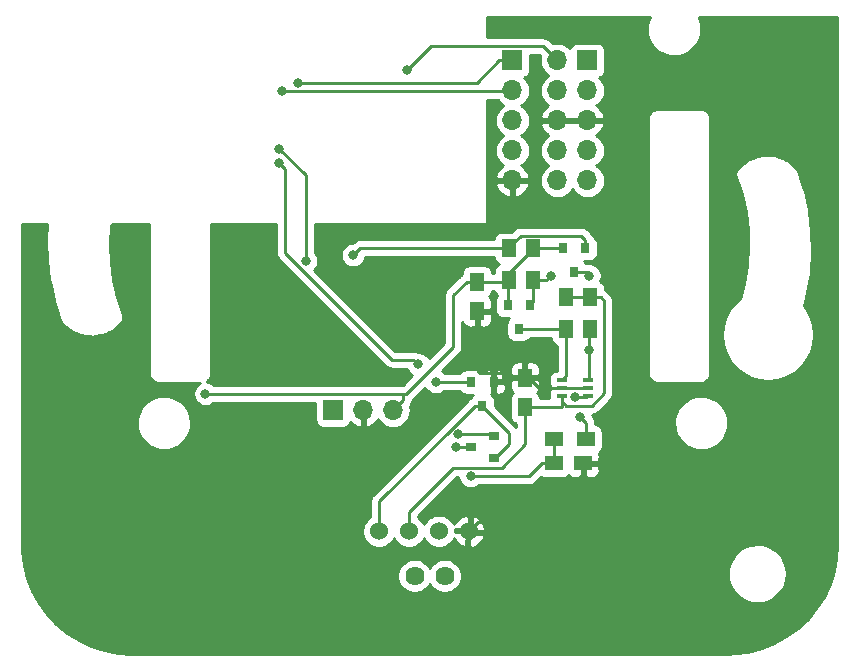
<source format=gbr>
G04 #@! TF.GenerationSoftware,KiCad,Pcbnew,(5.1.2)-2*
G04 #@! TF.CreationDate,2019-09-14T17:42:32+02:00*
G04 #@! TF.ProjectId,Inwall_Top,496e7761-6c6c-45f5-946f-702e6b696361,rev?*
G04 #@! TF.SameCoordinates,Original*
G04 #@! TF.FileFunction,Copper,L2,Bot*
G04 #@! TF.FilePolarity,Positive*
%FSLAX46Y46*%
G04 Gerber Fmt 4.6, Leading zero omitted, Abs format (unit mm)*
G04 Created by KiCad (PCBNEW (5.1.2)-2) date 2019-09-14 17:42:32*
%MOMM*%
%LPD*%
G04 APERTURE LIST*
%ADD10R,1.700000X1.700000*%
%ADD11O,1.700000X1.700000*%
%ADD12R,0.800000X0.900000*%
%ADD13R,1.300000X1.500000*%
%ADD14R,1.500000X1.300000*%
%ADD15R,0.900000X0.350000*%
%ADD16R,0.900000X0.800000*%
%ADD17R,1.500000X1.250000*%
%ADD18R,1.250000X1.500000*%
%ADD19C,1.524000*%
%ADD20C,1.624000*%
%ADD21C,0.800000*%
%ADD22C,0.250000*%
%ADD23C,0.256000*%
%ADD24C,0.254000*%
G04 APERTURE END LIST*
D10*
X114732000Y-66268000D03*
D11*
X114732000Y-68808000D03*
X114732000Y-71348000D03*
X114732000Y-73888000D03*
X114732000Y-76428000D03*
D10*
X121082000Y-66268000D03*
D11*
X118542000Y-66268000D03*
X121082000Y-68808000D03*
X118542000Y-68808000D03*
X121082000Y-71348000D03*
X118542000Y-71348000D03*
X121082000Y-73888000D03*
X118542000Y-73888000D03*
X121082000Y-76428000D03*
X118542000Y-76428000D03*
D12*
X119970000Y-84180000D03*
X120920000Y-82180000D03*
X119020000Y-82180000D03*
X114326000Y-87006000D03*
X116226000Y-87006000D03*
X115276000Y-89006000D03*
D13*
X114448000Y-82180000D03*
X114448000Y-84880000D03*
X116480000Y-82180000D03*
X116480000Y-84880000D03*
X121306000Y-89038000D03*
X121306000Y-86338000D03*
X119274000Y-89038000D03*
X119274000Y-86338000D03*
D14*
X120982000Y-98356000D03*
X118282000Y-98356000D03*
D15*
X121100000Y-94650000D03*
X118900000Y-94650000D03*
X121100000Y-94000000D03*
X118900000Y-94000000D03*
X121100000Y-93350000D03*
X118900000Y-93350000D03*
D12*
X111250000Y-93500000D03*
X113150000Y-93500000D03*
X112200000Y-95500000D03*
D11*
X104630000Y-95900000D03*
X102090000Y-95900000D03*
D10*
X99550000Y-95900000D03*
D16*
X113200000Y-98050000D03*
X113200000Y-99950000D03*
X111200000Y-99000000D03*
D17*
X120728000Y-100388000D03*
X118228000Y-100388000D03*
D18*
X111750000Y-85000000D03*
X111750000Y-87500000D03*
X115800000Y-95650000D03*
X115800000Y-93150000D03*
D19*
X111054940Y-106138020D03*
X103434940Y-106138020D03*
X105974940Y-106138020D03*
X108514940Y-106138020D03*
D20*
X108995000Y-109915000D03*
X106455000Y-109915000D03*
D21*
X96400000Y-92500000D03*
X102000000Y-90500000D03*
X111750000Y-90250000D03*
X96600000Y-68175000D03*
X95200000Y-68900000D03*
X105800000Y-67100000D03*
X88750000Y-94500000D03*
X101250000Y-82750000D03*
X121250000Y-84500000D03*
X121250000Y-90750000D03*
X118000000Y-84500000D03*
X120500000Y-96500000D03*
X120000000Y-94772000D03*
X111200000Y-101478000D03*
X109950000Y-99000000D03*
X97250000Y-83250000D03*
X95000000Y-73750000D03*
X110161774Y-97911774D03*
X95000000Y-75000000D03*
X108250000Y-93500000D03*
X106750000Y-92000000D03*
D22*
X120728000Y-101263000D02*
X120728000Y-100388000D01*
X120521000Y-101470000D02*
X120728000Y-101263000D01*
D23*
X116614979Y-105376021D02*
X120728000Y-101263000D01*
X111816939Y-105376021D02*
X116614979Y-105376021D01*
X111054940Y-106138020D02*
X111816939Y-105376021D01*
X121100000Y-94000000D02*
X118900000Y-94000000D01*
X118900000Y-94000000D02*
X117000000Y-94000000D01*
X113921999Y-92721999D02*
X111978001Y-92721999D01*
X117000000Y-94000000D02*
X115721999Y-92721999D01*
X114350000Y-93150000D02*
X115800000Y-93150000D01*
X113921999Y-92721999D02*
X114350000Y-93150000D01*
X111978001Y-92721999D02*
X111750000Y-92493998D01*
X96400000Y-92500000D02*
X100000000Y-92500000D01*
X100000000Y-92500000D02*
X102000000Y-90500000D01*
X111750000Y-92493998D02*
X111750000Y-90250000D01*
X111750000Y-90250000D02*
X111750000Y-87500000D01*
D22*
X113921999Y-93378001D02*
X113921999Y-92721999D01*
X113800000Y-93500000D02*
X113921999Y-93378001D01*
X113150000Y-93500000D02*
X113800000Y-93500000D01*
X111725000Y-68175000D02*
X96600000Y-68175000D01*
X114732000Y-66268000D02*
X113632000Y-66268000D01*
X113632000Y-66268000D02*
X111725000Y-68175000D01*
X114640000Y-68900000D02*
X114732000Y-68808000D01*
X95200000Y-68900000D02*
X114640000Y-68900000D01*
X107807001Y-65092999D02*
X105800000Y-67100000D01*
X118542000Y-66268000D02*
X117366999Y-65092999D01*
X117366999Y-65092999D02*
X107807001Y-65092999D01*
D23*
X103434940Y-103609060D02*
X109944000Y-97100000D01*
X103434940Y-106138020D02*
X103434940Y-103609060D01*
D22*
X111544000Y-95500000D02*
X112200000Y-95500000D01*
X109944000Y-97100000D02*
X111544000Y-95500000D01*
X113250000Y-99950000D02*
X114475000Y-98725000D01*
X113200000Y-99950000D02*
X113250000Y-99950000D01*
X112200000Y-95550000D02*
X112200000Y-95500000D01*
X114475000Y-97825000D02*
X112200000Y-95550000D01*
X114475000Y-98725000D02*
X114475000Y-97825000D01*
D23*
X119274000Y-86338000D02*
X121306000Y-86338000D01*
X122212000Y-86338000D02*
X121306000Y-86338000D01*
X118900000Y-95081000D02*
X119319000Y-95500000D01*
X118900000Y-94650000D02*
X118900000Y-95081000D01*
X119319000Y-95500000D02*
X121465402Y-95500000D01*
X121465402Y-95500000D02*
X122500000Y-94465402D01*
X122500000Y-94465402D02*
X122500000Y-86626000D01*
X122500000Y-86626000D02*
X122212000Y-86338000D01*
X105974940Y-104525060D02*
X105974940Y-106138020D01*
X118900000Y-95081000D02*
X118900000Y-95590402D01*
X109750000Y-100750000D02*
X105974940Y-104525060D01*
X118840402Y-95650000D02*
X115800000Y-95650000D01*
X118900000Y-95590402D02*
X118840402Y-95650000D01*
X113840402Y-100750000D02*
X109750000Y-100750000D01*
X115800000Y-98790402D02*
X113840402Y-100750000D01*
X115800000Y-95650000D02*
X115800000Y-98790402D01*
X114326000Y-85002000D02*
X114448000Y-84880000D01*
X114326000Y-87006000D02*
X114326000Y-85002000D01*
X116480000Y-82180000D02*
X119020000Y-82180000D01*
X114448000Y-84312000D02*
X114448000Y-84880000D01*
X116480000Y-82280000D02*
X114448000Y-84312000D01*
X116480000Y-82180000D02*
X116480000Y-82280000D01*
X114328000Y-85000000D02*
X114448000Y-84880000D01*
X111750000Y-85000000D02*
X114328000Y-85000000D01*
X110869000Y-85000000D02*
X109750000Y-86119000D01*
X111750000Y-85000000D02*
X110869000Y-85000000D01*
X109750000Y-86119000D02*
X109750000Y-90500000D01*
X109750000Y-90500000D02*
X105750000Y-94500000D01*
X105479999Y-94604999D02*
X105375000Y-94500000D01*
X105479999Y-95050001D02*
X105479999Y-94604999D01*
X104630000Y-95900000D02*
X105479999Y-95050001D01*
X105750000Y-94500000D02*
X105375000Y-94500000D01*
X105375000Y-94500000D02*
X88750000Y-94500000D01*
X120920000Y-82180000D02*
X120920000Y-81986558D01*
X114448000Y-82080000D02*
X114448000Y-82180000D01*
X115426001Y-81101999D02*
X114448000Y-82080000D01*
X120547999Y-81101999D02*
X115426001Y-81101999D01*
X120920000Y-81474000D02*
X120547999Y-81101999D01*
X120920000Y-82180000D02*
X120920000Y-81474000D01*
X114448000Y-82180000D02*
X101820000Y-82180000D01*
X101820000Y-82180000D02*
X101250000Y-82750000D01*
X119970000Y-84180000D02*
X120930000Y-84180000D01*
X120930000Y-84180000D02*
X121250000Y-84500000D01*
X121250000Y-89094000D02*
X121306000Y-89038000D01*
X121250000Y-90750000D02*
X121250000Y-89094000D01*
X121250000Y-93200000D02*
X121100000Y-93350000D01*
X121250000Y-90750000D02*
X121250000Y-93200000D01*
X119242000Y-89006000D02*
X119274000Y-89038000D01*
X115276000Y-89006000D02*
X119242000Y-89006000D01*
X119274000Y-89138000D02*
X119274000Y-89038000D01*
D22*
X115276000Y-89006000D02*
X115356000Y-89006000D01*
X119330000Y-89094000D02*
X119274000Y-89038000D01*
D23*
X119274000Y-92976000D02*
X118900000Y-93350000D01*
X119274000Y-89038000D02*
X119274000Y-92976000D01*
X116480000Y-86752000D02*
X116226000Y-87006000D01*
X116480000Y-84880000D02*
X116480000Y-86752000D01*
X116574000Y-84974000D02*
X116480000Y-84880000D01*
X116480000Y-84880000D02*
X117620000Y-84880000D01*
X117620000Y-84880000D02*
X118000000Y-84500000D01*
X120982000Y-98356000D02*
X120982000Y-96982000D01*
X120982000Y-96982000D02*
X120500000Y-96500000D01*
X120978000Y-94772000D02*
X121100000Y-94650000D01*
X120000000Y-94772000D02*
X120978000Y-94772000D01*
X118282000Y-100334000D02*
X118228000Y-100388000D01*
X118282000Y-98356000D02*
X118282000Y-100334000D01*
X116132000Y-101478000D02*
X111200000Y-101478000D01*
X118228000Y-100388000D02*
X117222000Y-100388000D01*
X117222000Y-100388000D02*
X116132000Y-101478000D01*
X109950000Y-99000000D02*
X111200000Y-99000000D01*
X97250000Y-83250000D02*
X97250000Y-76000000D01*
X97250000Y-76000000D02*
X95000000Y-73750000D01*
D22*
X113061774Y-97911774D02*
X113200000Y-98050000D01*
X110161774Y-97911774D02*
X113061774Y-97911774D01*
D23*
X95500000Y-75500000D02*
X95500000Y-82577442D01*
X95000000Y-75000000D02*
X95500000Y-75500000D01*
X104522559Y-91600001D02*
X95500000Y-82577442D01*
X106350001Y-91600001D02*
X104522559Y-91600001D01*
X106750000Y-92000000D02*
X106350001Y-91600001D01*
D22*
X108815685Y-93500000D02*
X111250000Y-93500000D01*
X108250000Y-93500000D02*
X108815685Y-93500000D01*
D24*
G36*
X126281865Y-62776473D02*
G01*
X126157868Y-63208903D01*
X126120225Y-63657183D01*
X126170370Y-64104236D01*
X126306393Y-64533036D01*
X126523113Y-64927249D01*
X126812276Y-65271860D01*
X127162867Y-65553742D01*
X127561532Y-65762159D01*
X127993086Y-65889172D01*
X128441092Y-65929944D01*
X128888485Y-65882921D01*
X129318223Y-65749895D01*
X129713940Y-65535932D01*
X130060561Y-65249182D01*
X130344883Y-64900568D01*
X130556079Y-64503367D01*
X130686102Y-64072710D01*
X130730000Y-63625000D01*
X130729101Y-63560641D01*
X130672719Y-63114331D01*
X130530722Y-62687472D01*
X130496369Y-62627000D01*
X142245223Y-62627000D01*
X142245224Y-107200845D01*
X142170723Y-108384999D01*
X141952739Y-109527717D01*
X141593250Y-110634107D01*
X141097931Y-111686713D01*
X140474589Y-112668942D01*
X139733057Y-113565300D01*
X138885032Y-114361648D01*
X137943881Y-115045436D01*
X136924452Y-115605872D01*
X135842819Y-116034120D01*
X134716033Y-116323430D01*
X133550398Y-116470684D01*
X132968687Y-116488965D01*
X82503327Y-116488965D01*
X81319189Y-116414465D01*
X80176471Y-116196481D01*
X79070081Y-115836992D01*
X78017475Y-115341673D01*
X77035246Y-114718331D01*
X76138888Y-113976799D01*
X75342540Y-113128774D01*
X74658752Y-112187623D01*
X74098316Y-111168194D01*
X73670068Y-110086561D01*
X73589427Y-109772483D01*
X105008000Y-109772483D01*
X105008000Y-110057517D01*
X105063608Y-110337074D01*
X105172686Y-110600411D01*
X105331042Y-110837408D01*
X105532592Y-111038958D01*
X105769589Y-111197314D01*
X106032926Y-111306392D01*
X106312483Y-111362000D01*
X106597517Y-111362000D01*
X106877074Y-111306392D01*
X107140411Y-111197314D01*
X107377408Y-111038958D01*
X107578958Y-110837408D01*
X107725000Y-110618840D01*
X107871042Y-110837408D01*
X108072592Y-111038958D01*
X108309589Y-111197314D01*
X108572926Y-111306392D01*
X108852483Y-111362000D01*
X109137517Y-111362000D01*
X109417074Y-111306392D01*
X109680411Y-111197314D01*
X109917408Y-111038958D01*
X110118958Y-110837408D01*
X110277314Y-110600411D01*
X110386392Y-110337074D01*
X110442000Y-110057517D01*
X110442000Y-109772483D01*
X110439307Y-109758940D01*
X132975467Y-109758940D01*
X133029963Y-110244784D01*
X133177789Y-110710789D01*
X133413314Y-111139207D01*
X133727566Y-111513719D01*
X134108577Y-111820060D01*
X134541833Y-112046561D01*
X135010833Y-112184595D01*
X135497711Y-112228904D01*
X135983923Y-112177801D01*
X136450950Y-112033232D01*
X136881001Y-111800704D01*
X137257698Y-111489074D01*
X137566691Y-111110211D01*
X137796211Y-110678546D01*
X137937516Y-110210522D01*
X137985223Y-109723965D01*
X137984246Y-109654021D01*
X137922972Y-109168986D01*
X137768654Y-108705090D01*
X137527171Y-108280002D01*
X137207720Y-107909914D01*
X136822469Y-107608924D01*
X136386093Y-107388494D01*
X135915212Y-107257022D01*
X135427762Y-107219514D01*
X134942311Y-107277401D01*
X134477349Y-107428476D01*
X134050586Y-107666986D01*
X133678277Y-107983846D01*
X133374604Y-108366986D01*
X133151133Y-108801813D01*
X133016376Y-109271765D01*
X132975467Y-109758940D01*
X110439307Y-109758940D01*
X110386392Y-109492926D01*
X110277314Y-109229589D01*
X110118958Y-108992592D01*
X109917408Y-108791042D01*
X109680411Y-108632686D01*
X109417074Y-108523608D01*
X109137517Y-108468000D01*
X108852483Y-108468000D01*
X108572926Y-108523608D01*
X108309589Y-108632686D01*
X108072592Y-108791042D01*
X107871042Y-108992592D01*
X107725000Y-109211160D01*
X107578958Y-108992592D01*
X107377408Y-108791042D01*
X107140411Y-108632686D01*
X106877074Y-108523608D01*
X106597517Y-108468000D01*
X106312483Y-108468000D01*
X106032926Y-108523608D01*
X105769589Y-108632686D01*
X105532592Y-108791042D01*
X105331042Y-108992592D01*
X105172686Y-109229589D01*
X105063608Y-109492926D01*
X105008000Y-109772483D01*
X73589427Y-109772483D01*
X73380758Y-108959775D01*
X73233504Y-107794140D01*
X73215223Y-107212429D01*
X73215223Y-97007183D01*
X82920225Y-97007183D01*
X82970370Y-97454236D01*
X83106393Y-97883036D01*
X83323113Y-98277249D01*
X83612276Y-98621860D01*
X83962867Y-98903742D01*
X84361532Y-99112159D01*
X84793086Y-99239172D01*
X85241092Y-99279944D01*
X85688485Y-99232921D01*
X86118223Y-99099895D01*
X86513940Y-98885932D01*
X86860561Y-98599182D01*
X87144883Y-98250568D01*
X87356079Y-97853367D01*
X87486102Y-97422710D01*
X87530000Y-96975000D01*
X87529101Y-96910641D01*
X87472719Y-96464331D01*
X87330722Y-96037472D01*
X87108519Y-95646324D01*
X86814573Y-95305784D01*
X86460081Y-95028824D01*
X86058545Y-94825994D01*
X85625259Y-94705018D01*
X85176728Y-94670506D01*
X84730035Y-94723770D01*
X84302195Y-94862784D01*
X83909505Y-95082251D01*
X83566922Y-95373812D01*
X83287494Y-95726363D01*
X83081865Y-96126473D01*
X82957868Y-96558903D01*
X82920225Y-97007183D01*
X73215223Y-97007183D01*
X73215223Y-80127000D01*
X75376046Y-80127000D01*
X75290149Y-81399988D01*
X75289681Y-81423080D01*
X75288489Y-81446132D01*
X75288746Y-81469220D01*
X75333778Y-83144535D01*
X75335487Y-83167586D01*
X75336469Y-83190631D01*
X75338898Y-83213593D01*
X75541392Y-84877236D01*
X75545261Y-84900014D01*
X75548408Y-84922873D01*
X75552987Y-84945505D01*
X75911145Y-86582708D01*
X75917141Y-86605023D01*
X75922425Y-86627482D01*
X75929114Y-86649582D01*
X76439756Y-88245812D01*
X76460329Y-88301015D01*
X76462498Y-88308393D01*
X76466918Y-88316853D01*
X76494120Y-88373022D01*
X76509570Y-88398494D01*
X76528922Y-88435535D01*
X76618775Y-88547353D01*
X76626004Y-88554637D01*
X76906322Y-88833156D01*
X76952001Y-88870432D01*
X76996347Y-88909275D01*
X77004731Y-88915193D01*
X77417382Y-89202160D01*
X77475551Y-89234690D01*
X77533206Y-89267999D01*
X77542580Y-89272176D01*
X78003110Y-89473527D01*
X78066521Y-89494150D01*
X78129518Y-89515615D01*
X78139518Y-89517890D01*
X78139523Y-89517892D01*
X78139527Y-89517893D01*
X78630394Y-89625957D01*
X78696575Y-89633867D01*
X78762568Y-89642691D01*
X78772826Y-89642981D01*
X79275337Y-89653645D01*
X79341803Y-89648549D01*
X79408245Y-89644387D01*
X79418364Y-89642679D01*
X79913375Y-89555535D01*
X79977580Y-89537627D01*
X80041954Y-89520638D01*
X80051549Y-89516997D01*
X80520207Y-89335364D01*
X80579719Y-89305323D01*
X80639559Y-89276157D01*
X80648255Y-89270726D01*
X80648263Y-89270722D01*
X80648270Y-89270717D01*
X81072715Y-89001518D01*
X81125250Y-88960496D01*
X81178294Y-88920257D01*
X81185777Y-88913235D01*
X81549858Y-88566715D01*
X81583844Y-88527363D01*
X81591301Y-88519801D01*
X81604459Y-88503494D01*
X81643618Y-88458152D01*
X81665467Y-88419716D01*
X81677218Y-88401757D01*
X81693973Y-88369568D01*
X81714507Y-88333445D01*
X81725196Y-88301341D01*
X81738107Y-88269060D01*
X81752178Y-88220305D01*
X81759823Y-88197344D01*
X81762438Y-88176690D01*
X81771566Y-88126946D01*
X81776804Y-88063219D01*
X81777840Y-88055033D01*
X81777479Y-88049844D01*
X81776276Y-87981022D01*
X81767746Y-87908430D01*
X81752049Y-87837046D01*
X81739744Y-87796547D01*
X81244611Y-86321162D01*
X80906601Y-84839572D01*
X80717412Y-83331734D01*
X80678918Y-81812562D01*
X80791496Y-80297082D01*
X80821328Y-80127000D01*
X83995224Y-80127000D01*
X83995223Y-92787860D01*
X83991667Y-92823965D01*
X84005858Y-92968050D01*
X84047886Y-93106598D01*
X84116136Y-93234285D01*
X84207985Y-93346203D01*
X84271174Y-93398061D01*
X84319903Y-93438052D01*
X84447590Y-93506302D01*
X84586138Y-93548330D01*
X84730223Y-93562521D01*
X84766328Y-93558965D01*
X88317274Y-93558965D01*
X88259744Y-93582795D01*
X88090226Y-93696063D01*
X87946063Y-93840226D01*
X87832795Y-94009744D01*
X87754774Y-94198102D01*
X87715000Y-94398061D01*
X87715000Y-94601939D01*
X87754774Y-94801898D01*
X87832795Y-94990256D01*
X87946063Y-95159774D01*
X88090226Y-95303937D01*
X88259744Y-95417205D01*
X88448102Y-95495226D01*
X88648061Y-95535000D01*
X88851939Y-95535000D01*
X89051898Y-95495226D01*
X89240256Y-95417205D01*
X89409774Y-95303937D01*
X89450711Y-95263000D01*
X98061928Y-95263000D01*
X98061928Y-96750000D01*
X98074188Y-96874482D01*
X98110498Y-96994180D01*
X98169463Y-97104494D01*
X98248815Y-97201185D01*
X98345506Y-97280537D01*
X98455820Y-97339502D01*
X98575518Y-97375812D01*
X98700000Y-97388072D01*
X100400000Y-97388072D01*
X100524482Y-97375812D01*
X100644180Y-97339502D01*
X100754494Y-97280537D01*
X100851185Y-97201185D01*
X100930537Y-97104494D01*
X100989502Y-96994180D01*
X101013966Y-96913534D01*
X101089731Y-96997588D01*
X101323080Y-97171641D01*
X101585901Y-97296825D01*
X101733110Y-97341476D01*
X101963000Y-97220155D01*
X101963000Y-96027000D01*
X101943000Y-96027000D01*
X101943000Y-95773000D01*
X101963000Y-95773000D01*
X101963000Y-95753000D01*
X102217000Y-95753000D01*
X102217000Y-95773000D01*
X102237000Y-95773000D01*
X102237000Y-96027000D01*
X102217000Y-96027000D01*
X102217000Y-97220155D01*
X102446890Y-97341476D01*
X102594099Y-97296825D01*
X102856920Y-97171641D01*
X103090269Y-96997588D01*
X103285178Y-96781355D01*
X103354799Y-96664477D01*
X103389294Y-96729014D01*
X103574866Y-96955134D01*
X103800986Y-97140706D01*
X104058966Y-97278599D01*
X104338889Y-97363513D01*
X104557050Y-97385000D01*
X104702950Y-97385000D01*
X104921111Y-97363513D01*
X105201034Y-97278599D01*
X105459014Y-97140706D01*
X105685134Y-96955134D01*
X105870706Y-96729014D01*
X106008599Y-96471034D01*
X106093513Y-96191111D01*
X106122185Y-95900000D01*
X106093513Y-95608889D01*
X106070538Y-95533150D01*
X106117479Y-95475952D01*
X106123333Y-95465000D01*
X106188329Y-95343401D01*
X106231958Y-95199575D01*
X106242999Y-95087476D01*
X106242999Y-95087469D01*
X106243536Y-95082014D01*
X106292132Y-95042132D01*
X106316023Y-95013021D01*
X107335196Y-93993849D01*
X107446063Y-94159774D01*
X107590226Y-94303937D01*
X107759744Y-94417205D01*
X107948102Y-94495226D01*
X108148061Y-94535000D01*
X108351939Y-94535000D01*
X108551898Y-94495226D01*
X108740256Y-94417205D01*
X108909774Y-94303937D01*
X108953711Y-94260000D01*
X110295680Y-94260000D01*
X110319463Y-94304494D01*
X110398815Y-94401185D01*
X110495506Y-94480537D01*
X110605820Y-94539502D01*
X110725518Y-94575812D01*
X110850000Y-94588072D01*
X111361905Y-94588072D01*
X111348815Y-94598815D01*
X111269463Y-94695506D01*
X111210498Y-94805820D01*
X111206629Y-94818573D01*
X111119724Y-94865026D01*
X111003999Y-94959999D01*
X110980201Y-94988997D01*
X109454643Y-96514556D01*
X109430976Y-96533979D01*
X102921914Y-103043042D01*
X102892809Y-103066928D01*
X102868923Y-103096033D01*
X102868919Y-103096037D01*
X102797460Y-103183110D01*
X102726610Y-103315661D01*
X102682981Y-103459487D01*
X102668250Y-103609060D01*
X102671941Y-103646537D01*
X102671940Y-104967683D01*
X102544405Y-105052900D01*
X102349820Y-105247485D01*
X102196935Y-105476293D01*
X102091626Y-105730530D01*
X102037940Y-106000428D01*
X102037940Y-106275612D01*
X102091626Y-106545510D01*
X102196935Y-106799747D01*
X102349820Y-107028555D01*
X102544405Y-107223140D01*
X102773213Y-107376025D01*
X103027450Y-107481334D01*
X103297348Y-107535020D01*
X103572532Y-107535020D01*
X103842430Y-107481334D01*
X104096667Y-107376025D01*
X104325475Y-107223140D01*
X104520060Y-107028555D01*
X104672945Y-106799747D01*
X104704940Y-106722505D01*
X104736935Y-106799747D01*
X104889820Y-107028555D01*
X105084405Y-107223140D01*
X105313213Y-107376025D01*
X105567450Y-107481334D01*
X105837348Y-107535020D01*
X106112532Y-107535020D01*
X106382430Y-107481334D01*
X106636667Y-107376025D01*
X106865475Y-107223140D01*
X107060060Y-107028555D01*
X107212945Y-106799747D01*
X107244940Y-106722505D01*
X107276935Y-106799747D01*
X107429820Y-107028555D01*
X107624405Y-107223140D01*
X107853213Y-107376025D01*
X108107450Y-107481334D01*
X108377348Y-107535020D01*
X108652532Y-107535020D01*
X108922430Y-107481334D01*
X109176667Y-107376025D01*
X109405475Y-107223140D01*
X109600060Y-107028555D01*
X109752945Y-106799747D01*
X109785274Y-106721699D01*
X109860487Y-106875463D01*
X110027307Y-107094319D01*
X110233617Y-107276425D01*
X110471491Y-107414783D01*
X110593505Y-107463771D01*
X110771704Y-107382891D01*
X111073513Y-107382891D01*
X111279150Y-107523757D01*
X111545187Y-107453389D01*
X111792383Y-107332473D01*
X112011239Y-107165653D01*
X112193345Y-106959343D01*
X112331703Y-106721469D01*
X112380691Y-106599455D01*
X112277673Y-106372480D01*
X111170388Y-106275606D01*
X111073513Y-107382891D01*
X110771704Y-107382891D01*
X110820480Y-107360753D01*
X110917354Y-106253468D01*
X109911940Y-106165506D01*
X109911940Y-106022572D01*
X111192526Y-106022572D01*
X112299811Y-106119447D01*
X112440677Y-105913810D01*
X112370309Y-105647773D01*
X112249393Y-105400577D01*
X112082573Y-105181721D01*
X111876263Y-104999615D01*
X111638389Y-104861257D01*
X111516375Y-104812269D01*
X111289400Y-104915287D01*
X111192526Y-106022572D01*
X109911940Y-106022572D01*
X109911940Y-106000428D01*
X109893743Y-105908944D01*
X110939492Y-106000434D01*
X111036367Y-104893149D01*
X110830730Y-104752283D01*
X110564693Y-104822651D01*
X110317497Y-104943567D01*
X110098641Y-105110387D01*
X109916535Y-105316697D01*
X109782378Y-105547349D01*
X109752945Y-105476293D01*
X109600060Y-105247485D01*
X109405475Y-105052900D01*
X109176667Y-104900015D01*
X108922430Y-104794706D01*
X108652532Y-104741020D01*
X108377348Y-104741020D01*
X108107450Y-104794706D01*
X107853213Y-104900015D01*
X107624405Y-105052900D01*
X107429820Y-105247485D01*
X107276935Y-105476293D01*
X107244940Y-105553535D01*
X107212945Y-105476293D01*
X107060060Y-105247485D01*
X106865475Y-105052900D01*
X106737940Y-104967684D01*
X106737940Y-104841104D01*
X110066045Y-101513000D01*
X110165000Y-101513000D01*
X110165000Y-101579939D01*
X110204774Y-101779898D01*
X110282795Y-101968256D01*
X110396063Y-102137774D01*
X110540226Y-102281937D01*
X110709744Y-102395205D01*
X110898102Y-102473226D01*
X111098061Y-102513000D01*
X111301939Y-102513000D01*
X111501898Y-102473226D01*
X111690256Y-102395205D01*
X111859774Y-102281937D01*
X111900711Y-102241000D01*
X116094533Y-102241000D01*
X116132000Y-102244690D01*
X116169467Y-102241000D01*
X116169475Y-102241000D01*
X116281574Y-102229959D01*
X116425400Y-102186330D01*
X116557951Y-102115480D01*
X116674132Y-102020132D01*
X116698023Y-101991021D01*
X117137844Y-101551201D01*
X117233820Y-101602502D01*
X117353518Y-101638812D01*
X117478000Y-101651072D01*
X118978000Y-101651072D01*
X119102482Y-101638812D01*
X119222180Y-101602502D01*
X119332494Y-101543537D01*
X119429185Y-101464185D01*
X119478000Y-101404704D01*
X119526815Y-101464185D01*
X119623506Y-101543537D01*
X119733820Y-101602502D01*
X119853518Y-101638812D01*
X119978000Y-101651072D01*
X120442250Y-101648000D01*
X120601000Y-101489250D01*
X120601000Y-100515000D01*
X120855000Y-100515000D01*
X120855000Y-101489250D01*
X121013750Y-101648000D01*
X121478000Y-101651072D01*
X121602482Y-101638812D01*
X121722180Y-101602502D01*
X121832494Y-101543537D01*
X121929185Y-101464185D01*
X122008537Y-101367494D01*
X122067502Y-101257180D01*
X122103812Y-101137482D01*
X122116072Y-101013000D01*
X122113000Y-100673750D01*
X121954250Y-100515000D01*
X120855000Y-100515000D01*
X120601000Y-100515000D01*
X120581000Y-100515000D01*
X120581000Y-100261000D01*
X120601000Y-100261000D01*
X120601000Y-100241000D01*
X120855000Y-100241000D01*
X120855000Y-100261000D01*
X121954250Y-100261000D01*
X122113000Y-100102250D01*
X122116072Y-99763000D01*
X122103812Y-99638518D01*
X122074776Y-99542800D01*
X122086494Y-99536537D01*
X122183185Y-99457185D01*
X122262537Y-99360494D01*
X122321502Y-99250180D01*
X122357812Y-99130482D01*
X122370072Y-99006000D01*
X122370072Y-97706000D01*
X122357812Y-97581518D01*
X122321502Y-97461820D01*
X122262537Y-97351506D01*
X122183185Y-97254815D01*
X122086494Y-97175463D01*
X121976180Y-97116498D01*
X121856482Y-97080188D01*
X121745000Y-97069208D01*
X121745000Y-97019467D01*
X121746209Y-97007183D01*
X128420225Y-97007183D01*
X128470370Y-97454236D01*
X128606393Y-97883036D01*
X128823113Y-98277249D01*
X129112276Y-98621860D01*
X129462867Y-98903742D01*
X129861532Y-99112159D01*
X130293086Y-99239172D01*
X130741092Y-99279944D01*
X131188485Y-99232921D01*
X131618223Y-99099895D01*
X132013940Y-98885932D01*
X132360561Y-98599182D01*
X132644883Y-98250568D01*
X132856079Y-97853367D01*
X132986102Y-97422710D01*
X133030000Y-96975000D01*
X133029101Y-96910641D01*
X132972719Y-96464331D01*
X132830722Y-96037472D01*
X132608519Y-95646324D01*
X132314573Y-95305784D01*
X131960081Y-95028824D01*
X131558545Y-94825994D01*
X131125259Y-94705018D01*
X130676728Y-94670506D01*
X130230035Y-94723770D01*
X129802195Y-94862784D01*
X129409505Y-95082251D01*
X129066922Y-95373812D01*
X128787494Y-95726363D01*
X128581865Y-96126473D01*
X128457868Y-96558903D01*
X128420225Y-97007183D01*
X121746209Y-97007183D01*
X121748690Y-96982000D01*
X121745000Y-96944533D01*
X121745000Y-96944525D01*
X121733959Y-96832426D01*
X121690330Y-96688600D01*
X121619480Y-96556049D01*
X121535000Y-96453111D01*
X121535000Y-96398061D01*
X121508034Y-96262492D01*
X121614976Y-96251959D01*
X121758802Y-96208330D01*
X121891353Y-96137480D01*
X122007534Y-96042132D01*
X122031425Y-96013021D01*
X123013028Y-95031419D01*
X123042132Y-95007534D01*
X123066018Y-94978429D01*
X123066021Y-94978426D01*
X123137480Y-94891353D01*
X123208330Y-94758802D01*
X123251959Y-94614976D01*
X123255816Y-94575812D01*
X123263000Y-94502877D01*
X123263000Y-94502869D01*
X123266690Y-94465402D01*
X123263000Y-94427935D01*
X123263000Y-86663467D01*
X123266690Y-86626000D01*
X123263000Y-86588533D01*
X123263000Y-86588525D01*
X123251959Y-86476426D01*
X123208330Y-86332600D01*
X123137480Y-86200049D01*
X123042132Y-86083868D01*
X123013021Y-86059977D01*
X122778023Y-85824979D01*
X122754132Y-85795868D01*
X122637951Y-85700520D01*
X122594072Y-85677066D01*
X122594072Y-85588000D01*
X122581812Y-85463518D01*
X122545502Y-85343820D01*
X122486537Y-85233506D01*
X122407185Y-85136815D01*
X122310494Y-85057463D01*
X122200180Y-84998498D01*
X122167853Y-84988692D01*
X122245226Y-84801898D01*
X122285000Y-84601939D01*
X122285000Y-84398061D01*
X122245226Y-84198102D01*
X122167205Y-84009744D01*
X122053937Y-83840226D01*
X121909774Y-83696063D01*
X121740256Y-83582795D01*
X121551898Y-83504774D01*
X121351939Y-83465000D01*
X121201412Y-83465000D01*
X121079574Y-83428041D01*
X120967475Y-83417000D01*
X120967467Y-83417000D01*
X120930000Y-83413310D01*
X120921207Y-83414176D01*
X120900537Y-83375506D01*
X120821185Y-83278815D01*
X120808095Y-83268072D01*
X121320000Y-83268072D01*
X121444482Y-83255812D01*
X121564180Y-83219502D01*
X121674494Y-83160537D01*
X121771185Y-83081185D01*
X121850537Y-82984494D01*
X121909502Y-82874180D01*
X121945812Y-82754482D01*
X121958072Y-82630000D01*
X121958072Y-81730000D01*
X121945812Y-81605518D01*
X121909502Y-81485820D01*
X121850537Y-81375506D01*
X121771185Y-81278815D01*
X121674494Y-81199463D01*
X121623980Y-81172462D01*
X121557480Y-81048049D01*
X121462132Y-80931868D01*
X121433021Y-80907977D01*
X121114022Y-80588978D01*
X121090131Y-80559867D01*
X120973950Y-80464519D01*
X120841399Y-80393669D01*
X120697573Y-80350040D01*
X120585474Y-80338999D01*
X120585466Y-80338999D01*
X120547999Y-80335309D01*
X120510532Y-80338999D01*
X115463467Y-80338999D01*
X115426000Y-80335309D01*
X115388533Y-80338999D01*
X115388526Y-80338999D01*
X115276427Y-80350040D01*
X115132601Y-80393669D01*
X115000050Y-80464519D01*
X114949347Y-80506130D01*
X114912977Y-80535978D01*
X114912974Y-80535981D01*
X114883869Y-80559867D01*
X114859983Y-80588972D01*
X114657027Y-80791928D01*
X113798000Y-80791928D01*
X113673518Y-80804188D01*
X113553820Y-80840498D01*
X113443506Y-80899463D01*
X113346815Y-80978815D01*
X113267463Y-81075506D01*
X113208498Y-81185820D01*
X113172188Y-81305518D01*
X113161208Y-81417000D01*
X101857467Y-81417000D01*
X101820000Y-81413310D01*
X101782533Y-81417000D01*
X101782525Y-81417000D01*
X101674467Y-81427643D01*
X101670426Y-81428041D01*
X101526600Y-81471670D01*
X101394049Y-81542520D01*
X101306976Y-81613979D01*
X101306973Y-81613982D01*
X101277868Y-81637868D01*
X101253981Y-81666974D01*
X101205955Y-81715000D01*
X101148061Y-81715000D01*
X100948102Y-81754774D01*
X100759744Y-81832795D01*
X100590226Y-81946063D01*
X100446063Y-82090226D01*
X100332795Y-82259744D01*
X100254774Y-82448102D01*
X100215000Y-82648061D01*
X100215000Y-82851939D01*
X100254774Y-83051898D01*
X100332795Y-83240256D01*
X100446063Y-83409774D01*
X100590226Y-83553937D01*
X100759744Y-83667205D01*
X100948102Y-83745226D01*
X101148061Y-83785000D01*
X101351939Y-83785000D01*
X101551898Y-83745226D01*
X101740256Y-83667205D01*
X101909774Y-83553937D01*
X102053937Y-83409774D01*
X102167205Y-83240256D01*
X102245226Y-83051898D01*
X102266887Y-82943000D01*
X113161208Y-82943000D01*
X113172188Y-83054482D01*
X113208498Y-83174180D01*
X113267463Y-83284494D01*
X113346815Y-83381185D01*
X113443506Y-83460537D01*
X113553820Y-83519502D01*
X113588427Y-83530000D01*
X113553820Y-83540498D01*
X113443506Y-83599463D01*
X113346815Y-83678815D01*
X113267463Y-83775506D01*
X113208498Y-83885820D01*
X113172188Y-84005518D01*
X113159928Y-84130000D01*
X113159928Y-84237000D01*
X113011792Y-84237000D01*
X113000812Y-84125518D01*
X112964502Y-84005820D01*
X112905537Y-83895506D01*
X112826185Y-83798815D01*
X112729494Y-83719463D01*
X112619180Y-83660498D01*
X112499482Y-83624188D01*
X112375000Y-83611928D01*
X111125000Y-83611928D01*
X111000518Y-83624188D01*
X110880820Y-83660498D01*
X110770506Y-83719463D01*
X110673815Y-83798815D01*
X110594463Y-83895506D01*
X110535498Y-84005820D01*
X110499188Y-84125518D01*
X110486928Y-84250000D01*
X110486928Y-84339066D01*
X110443049Y-84362520D01*
X110355976Y-84433979D01*
X110355973Y-84433982D01*
X110326868Y-84457868D01*
X110302982Y-84486973D01*
X109236979Y-85552977D01*
X109207868Y-85576868D01*
X109112520Y-85693050D01*
X109041670Y-85825601D01*
X108998041Y-85969427D01*
X108987000Y-86081526D01*
X108987000Y-86081533D01*
X108983310Y-86119000D01*
X108987000Y-86156467D01*
X108987001Y-90183954D01*
X107664804Y-91506151D01*
X107553937Y-91340226D01*
X107409774Y-91196063D01*
X107240256Y-91082795D01*
X107051898Y-91004774D01*
X106851939Y-90965000D01*
X106778973Y-90965000D01*
X106775952Y-90962521D01*
X106643401Y-90891671D01*
X106499575Y-90848042D01*
X106387476Y-90837001D01*
X106387468Y-90837001D01*
X106350001Y-90833311D01*
X106312534Y-90837001D01*
X104838604Y-90837001D01*
X97982657Y-83981054D01*
X98053937Y-83909774D01*
X98167205Y-83740256D01*
X98245226Y-83551898D01*
X98285000Y-83351939D01*
X98285000Y-83148061D01*
X98245226Y-82948102D01*
X98167205Y-82759744D01*
X98053937Y-82590226D01*
X98013000Y-82549289D01*
X98013000Y-80127000D01*
X112500000Y-80127000D01*
X112524776Y-80124560D01*
X112548601Y-80117333D01*
X112570557Y-80105597D01*
X112589803Y-80089803D01*
X112605597Y-80070557D01*
X112617333Y-80048601D01*
X112624560Y-80024776D01*
X112627000Y-80000000D01*
X112627000Y-76784890D01*
X113290524Y-76784890D01*
X113335175Y-76932099D01*
X113460359Y-77194920D01*
X113634412Y-77428269D01*
X113850645Y-77623178D01*
X114100748Y-77772157D01*
X114375109Y-77869481D01*
X114605000Y-77748814D01*
X114605000Y-76555000D01*
X114859000Y-76555000D01*
X114859000Y-77748814D01*
X115088891Y-77869481D01*
X115363252Y-77772157D01*
X115613355Y-77623178D01*
X115829588Y-77428269D01*
X116003641Y-77194920D01*
X116128825Y-76932099D01*
X116173476Y-76784890D01*
X116052155Y-76555000D01*
X114859000Y-76555000D01*
X114605000Y-76555000D01*
X113411845Y-76555000D01*
X113290524Y-76784890D01*
X112627000Y-76784890D01*
X112627000Y-69660000D01*
X113510158Y-69660000D01*
X113676866Y-69863134D01*
X113902986Y-70048706D01*
X113957791Y-70078000D01*
X113902986Y-70107294D01*
X113676866Y-70292866D01*
X113491294Y-70518986D01*
X113353401Y-70776966D01*
X113268487Y-71056889D01*
X113239815Y-71348000D01*
X113268487Y-71639111D01*
X113353401Y-71919034D01*
X113491294Y-72177014D01*
X113676866Y-72403134D01*
X113902986Y-72588706D01*
X113957791Y-72618000D01*
X113902986Y-72647294D01*
X113676866Y-72832866D01*
X113491294Y-73058986D01*
X113353401Y-73316966D01*
X113268487Y-73596889D01*
X113239815Y-73888000D01*
X113268487Y-74179111D01*
X113353401Y-74459034D01*
X113491294Y-74717014D01*
X113676866Y-74943134D01*
X113902986Y-75128706D01*
X113967523Y-75163201D01*
X113850645Y-75232822D01*
X113634412Y-75427731D01*
X113460359Y-75661080D01*
X113335175Y-75923901D01*
X113290524Y-76071110D01*
X113411845Y-76301000D01*
X114605000Y-76301000D01*
X114605000Y-76281000D01*
X114859000Y-76281000D01*
X114859000Y-76301000D01*
X116052155Y-76301000D01*
X116173476Y-76071110D01*
X116128825Y-75923901D01*
X116003641Y-75661080D01*
X115829588Y-75427731D01*
X115613355Y-75232822D01*
X115496477Y-75163201D01*
X115561014Y-75128706D01*
X115787134Y-74943134D01*
X115972706Y-74717014D01*
X116110599Y-74459034D01*
X116195513Y-74179111D01*
X116224185Y-73888000D01*
X117049815Y-73888000D01*
X117078487Y-74179111D01*
X117163401Y-74459034D01*
X117301294Y-74717014D01*
X117486866Y-74943134D01*
X117712986Y-75128706D01*
X117767791Y-75158000D01*
X117712986Y-75187294D01*
X117486866Y-75372866D01*
X117301294Y-75598986D01*
X117163401Y-75856966D01*
X117078487Y-76136889D01*
X117049815Y-76428000D01*
X117078487Y-76719111D01*
X117163401Y-76999034D01*
X117301294Y-77257014D01*
X117486866Y-77483134D01*
X117712986Y-77668706D01*
X117970966Y-77806599D01*
X118250889Y-77891513D01*
X118469050Y-77913000D01*
X118614950Y-77913000D01*
X118833111Y-77891513D01*
X119113034Y-77806599D01*
X119371014Y-77668706D01*
X119597134Y-77483134D01*
X119782706Y-77257014D01*
X119812000Y-77202209D01*
X119841294Y-77257014D01*
X120026866Y-77483134D01*
X120252986Y-77668706D01*
X120510966Y-77806599D01*
X120790889Y-77891513D01*
X121009050Y-77913000D01*
X121154950Y-77913000D01*
X121373111Y-77891513D01*
X121653034Y-77806599D01*
X121911014Y-77668706D01*
X122137134Y-77483134D01*
X122322706Y-77257014D01*
X122460599Y-76999034D01*
X122545513Y-76719111D01*
X122574185Y-76428000D01*
X122545513Y-76136889D01*
X122460599Y-75856966D01*
X122322706Y-75598986D01*
X122137134Y-75372866D01*
X121911014Y-75187294D01*
X121856209Y-75158000D01*
X121911014Y-75128706D01*
X122137134Y-74943134D01*
X122322706Y-74717014D01*
X122460599Y-74459034D01*
X122545513Y-74179111D01*
X122574185Y-73888000D01*
X122545513Y-73596889D01*
X122460599Y-73316966D01*
X122322706Y-73058986D01*
X122137134Y-72832866D01*
X121911014Y-72647294D01*
X121846477Y-72612799D01*
X121963355Y-72543178D01*
X122179588Y-72348269D01*
X122353641Y-72114920D01*
X122478825Y-71852099D01*
X122523476Y-71704890D01*
X122402155Y-71475000D01*
X121209000Y-71475000D01*
X121209000Y-71495000D01*
X120955000Y-71495000D01*
X120955000Y-71475000D01*
X118669000Y-71475000D01*
X118669000Y-71495000D01*
X118415000Y-71495000D01*
X118415000Y-71475000D01*
X117221845Y-71475000D01*
X117100524Y-71704890D01*
X117145175Y-71852099D01*
X117270359Y-72114920D01*
X117444412Y-72348269D01*
X117660645Y-72543178D01*
X117777523Y-72612799D01*
X117712986Y-72647294D01*
X117486866Y-72832866D01*
X117301294Y-73058986D01*
X117163401Y-73316966D01*
X117078487Y-73596889D01*
X117049815Y-73888000D01*
X116224185Y-73888000D01*
X116195513Y-73596889D01*
X116110599Y-73316966D01*
X115972706Y-73058986D01*
X115787134Y-72832866D01*
X115561014Y-72647294D01*
X115506209Y-72618000D01*
X115561014Y-72588706D01*
X115787134Y-72403134D01*
X115972706Y-72177014D01*
X116110599Y-71919034D01*
X116195513Y-71639111D01*
X116224185Y-71348000D01*
X116195513Y-71056889D01*
X116110599Y-70776966D01*
X115972706Y-70518986D01*
X115787134Y-70292866D01*
X115561014Y-70107294D01*
X115506209Y-70078000D01*
X115561014Y-70048706D01*
X115787134Y-69863134D01*
X115972706Y-69637014D01*
X116110599Y-69379034D01*
X116195513Y-69099111D01*
X116224185Y-68808000D01*
X116195513Y-68516889D01*
X116110599Y-68236966D01*
X115972706Y-67978986D01*
X115787134Y-67752866D01*
X115757313Y-67728393D01*
X115826180Y-67707502D01*
X115936494Y-67648537D01*
X116033185Y-67569185D01*
X116112537Y-67472494D01*
X116171502Y-67362180D01*
X116207812Y-67242482D01*
X116220072Y-67118000D01*
X116220072Y-65852999D01*
X117052198Y-65852999D01*
X117101203Y-65902004D01*
X117078487Y-65976889D01*
X117049815Y-66268000D01*
X117078487Y-66559111D01*
X117163401Y-66839034D01*
X117301294Y-67097014D01*
X117486866Y-67323134D01*
X117712986Y-67508706D01*
X117767791Y-67538000D01*
X117712986Y-67567294D01*
X117486866Y-67752866D01*
X117301294Y-67978986D01*
X117163401Y-68236966D01*
X117078487Y-68516889D01*
X117049815Y-68808000D01*
X117078487Y-69099111D01*
X117163401Y-69379034D01*
X117301294Y-69637014D01*
X117486866Y-69863134D01*
X117712986Y-70048706D01*
X117777523Y-70083201D01*
X117660645Y-70152822D01*
X117444412Y-70347731D01*
X117270359Y-70581080D01*
X117145175Y-70843901D01*
X117100524Y-70991110D01*
X117221845Y-71221000D01*
X118415000Y-71221000D01*
X118415000Y-71201000D01*
X118669000Y-71201000D01*
X118669000Y-71221000D01*
X120955000Y-71221000D01*
X120955000Y-71201000D01*
X121209000Y-71201000D01*
X121209000Y-71221000D01*
X122402155Y-71221000D01*
X122453363Y-71123965D01*
X126241667Y-71123965D01*
X126245224Y-71160080D01*
X126245223Y-92787860D01*
X126241667Y-92823965D01*
X126255858Y-92968050D01*
X126297886Y-93106598D01*
X126366136Y-93234285D01*
X126457985Y-93346203D01*
X126521174Y-93398061D01*
X126569903Y-93438052D01*
X126697590Y-93506302D01*
X126836138Y-93548330D01*
X126980223Y-93562521D01*
X127016328Y-93558965D01*
X130694118Y-93558965D01*
X130730223Y-93562521D01*
X130766328Y-93558965D01*
X130874308Y-93548330D01*
X131012856Y-93506302D01*
X131140543Y-93438052D01*
X131252461Y-93346203D01*
X131344310Y-93234285D01*
X131412560Y-93106598D01*
X131454588Y-92968050D01*
X131468779Y-92823965D01*
X131465223Y-92787860D01*
X131465223Y-89555878D01*
X132475837Y-89555878D01*
X132560790Y-90313251D01*
X132791233Y-91039699D01*
X133158388Y-91707552D01*
X133648271Y-92291372D01*
X134242222Y-92768921D01*
X134917617Y-93122009D01*
X135648732Y-93337188D01*
X136407718Y-93406261D01*
X137165665Y-93326597D01*
X137893704Y-93101232D01*
X138564104Y-92738748D01*
X139151330Y-92252953D01*
X139633013Y-91662350D01*
X139990808Y-90989436D01*
X140211086Y-90259841D01*
X140285456Y-89501356D01*
X140283933Y-89392322D01*
X140188414Y-88636209D01*
X139947851Y-87913049D01*
X139571407Y-87250388D01*
X139419910Y-87074877D01*
X139702506Y-85973494D01*
X139706886Y-85952326D01*
X139712012Y-85931333D01*
X139716070Y-85908603D01*
X139984629Y-84254339D01*
X139987253Y-84231381D01*
X139990592Y-84208552D01*
X139992493Y-84185541D01*
X140104180Y-82513346D01*
X140104632Y-82490243D01*
X140105808Y-82467200D01*
X140105535Y-82444112D01*
X140059358Y-80768827D01*
X140057634Y-80745786D01*
X140056636Y-80722735D01*
X140054191Y-80699775D01*
X139850562Y-79036270D01*
X139846680Y-79013508D01*
X139843515Y-78990637D01*
X139838920Y-78968009D01*
X139479644Y-77331051D01*
X139473638Y-77308758D01*
X139468334Y-77286284D01*
X139461630Y-77264189D01*
X138949898Y-75668307D01*
X138933690Y-75624907D01*
X138931480Y-75617400D01*
X138929399Y-75613420D01*
X138925671Y-75603437D01*
X138895447Y-75541135D01*
X138867928Y-75495835D01*
X138865022Y-75490277D01*
X138863096Y-75487881D01*
X138859495Y-75481954D01*
X138818131Y-75426417D01*
X138777465Y-75381377D01*
X138775138Y-75378483D01*
X138771984Y-75375307D01*
X138771726Y-75375021D01*
X138771438Y-75374757D01*
X138767907Y-75371201D01*
X138486518Y-75091769D01*
X138440737Y-75054431D01*
X138396307Y-75015557D01*
X138387920Y-75009643D01*
X137975112Y-74722902D01*
X137916912Y-74690396D01*
X137859252Y-74657127D01*
X137849876Y-74652955D01*
X137389236Y-74451856D01*
X137325852Y-74431281D01*
X137262806Y-74409837D01*
X137252798Y-74407566D01*
X136761869Y-74299769D01*
X136695705Y-74291898D01*
X136629685Y-74283107D01*
X136619427Y-74282823D01*
X136116911Y-74272434D01*
X136050478Y-74277564D01*
X135984008Y-74281764D01*
X135973890Y-74283478D01*
X135478926Y-74370893D01*
X135414740Y-74388833D01*
X135350366Y-74405860D01*
X135340773Y-74409507D01*
X134872216Y-74591396D01*
X134812765Y-74621447D01*
X134752897Y-74650667D01*
X134744195Y-74656107D01*
X134319889Y-74925542D01*
X134267369Y-74966598D01*
X134214354Y-75006862D01*
X134206875Y-75013889D01*
X133842984Y-75360608D01*
X133837591Y-75366859D01*
X133801541Y-75403432D01*
X133755655Y-75460324D01*
X133751566Y-75466576D01*
X133749283Y-75469222D01*
X133745653Y-75475616D01*
X133715647Y-75521492D01*
X133681912Y-75586331D01*
X133679805Y-75591603D01*
X133678462Y-75593968D01*
X133676502Y-75599864D01*
X133654783Y-75654200D01*
X133634529Y-75724428D01*
X133633822Y-75728286D01*
X133633221Y-75730094D01*
X133632628Y-75734800D01*
X133621351Y-75796321D01*
X133615378Y-75869168D01*
X133615416Y-75871340D01*
X133615281Y-75872414D01*
X133615487Y-75875352D01*
X133616669Y-75942246D01*
X133625213Y-76014836D01*
X133625310Y-76015275D01*
X133625326Y-76015509D01*
X133625510Y-76016186D01*
X133640924Y-76086217D01*
X133653237Y-76126714D01*
X134148651Y-77601999D01*
X134486945Y-79083528D01*
X134676421Y-80591321D01*
X134715207Y-82110496D01*
X134602917Y-83626007D01*
X134340666Y-85122852D01*
X133969107Y-86450269D01*
X133571434Y-86788715D01*
X133098043Y-87385985D01*
X132749679Y-88063830D01*
X132539609Y-88796429D01*
X132475837Y-89555878D01*
X131465223Y-89555878D01*
X131465223Y-71160070D01*
X131468779Y-71123965D01*
X131454588Y-70979880D01*
X131412560Y-70841332D01*
X131344310Y-70713645D01*
X131252461Y-70601727D01*
X131140543Y-70509878D01*
X131012856Y-70441628D01*
X130874308Y-70399600D01*
X130766328Y-70388965D01*
X130730223Y-70385409D01*
X130694118Y-70388965D01*
X127016328Y-70388965D01*
X126980223Y-70385409D01*
X126944118Y-70388965D01*
X126836138Y-70399600D01*
X126697590Y-70441628D01*
X126569903Y-70509878D01*
X126457985Y-70601727D01*
X126366136Y-70713645D01*
X126297886Y-70841332D01*
X126255858Y-70979880D01*
X126241667Y-71123965D01*
X122453363Y-71123965D01*
X122523476Y-70991110D01*
X122478825Y-70843901D01*
X122353641Y-70581080D01*
X122179588Y-70347731D01*
X121963355Y-70152822D01*
X121846477Y-70083201D01*
X121911014Y-70048706D01*
X122137134Y-69863134D01*
X122322706Y-69637014D01*
X122460599Y-69379034D01*
X122545513Y-69099111D01*
X122574185Y-68808000D01*
X122545513Y-68516889D01*
X122460599Y-68236966D01*
X122322706Y-67978986D01*
X122137134Y-67752866D01*
X122107313Y-67728393D01*
X122176180Y-67707502D01*
X122286494Y-67648537D01*
X122383185Y-67569185D01*
X122462537Y-67472494D01*
X122521502Y-67362180D01*
X122557812Y-67242482D01*
X122570072Y-67118000D01*
X122570072Y-65418000D01*
X122557812Y-65293518D01*
X122521502Y-65173820D01*
X122462537Y-65063506D01*
X122383185Y-64966815D01*
X122286494Y-64887463D01*
X122176180Y-64828498D01*
X122056482Y-64792188D01*
X121932000Y-64779928D01*
X120232000Y-64779928D01*
X120107518Y-64792188D01*
X119987820Y-64828498D01*
X119877506Y-64887463D01*
X119780815Y-64966815D01*
X119701463Y-65063506D01*
X119642498Y-65173820D01*
X119621607Y-65242687D01*
X119597134Y-65212866D01*
X119371014Y-65027294D01*
X119113034Y-64889401D01*
X118833111Y-64804487D01*
X118614950Y-64783000D01*
X118469050Y-64783000D01*
X118250889Y-64804487D01*
X118176004Y-64827203D01*
X117930803Y-64582002D01*
X117907000Y-64552998D01*
X117791275Y-64458025D01*
X117659246Y-64387453D01*
X117515985Y-64343996D01*
X117404332Y-64332999D01*
X117404321Y-64332999D01*
X117366999Y-64329323D01*
X117329677Y-64332999D01*
X112627000Y-64332999D01*
X112627000Y-62627000D01*
X126358684Y-62627000D01*
X126281865Y-62776473D01*
X126281865Y-62776473D01*
G37*
X126281865Y-62776473D02*
X126157868Y-63208903D01*
X126120225Y-63657183D01*
X126170370Y-64104236D01*
X126306393Y-64533036D01*
X126523113Y-64927249D01*
X126812276Y-65271860D01*
X127162867Y-65553742D01*
X127561532Y-65762159D01*
X127993086Y-65889172D01*
X128441092Y-65929944D01*
X128888485Y-65882921D01*
X129318223Y-65749895D01*
X129713940Y-65535932D01*
X130060561Y-65249182D01*
X130344883Y-64900568D01*
X130556079Y-64503367D01*
X130686102Y-64072710D01*
X130730000Y-63625000D01*
X130729101Y-63560641D01*
X130672719Y-63114331D01*
X130530722Y-62687472D01*
X130496369Y-62627000D01*
X142245223Y-62627000D01*
X142245224Y-107200845D01*
X142170723Y-108384999D01*
X141952739Y-109527717D01*
X141593250Y-110634107D01*
X141097931Y-111686713D01*
X140474589Y-112668942D01*
X139733057Y-113565300D01*
X138885032Y-114361648D01*
X137943881Y-115045436D01*
X136924452Y-115605872D01*
X135842819Y-116034120D01*
X134716033Y-116323430D01*
X133550398Y-116470684D01*
X132968687Y-116488965D01*
X82503327Y-116488965D01*
X81319189Y-116414465D01*
X80176471Y-116196481D01*
X79070081Y-115836992D01*
X78017475Y-115341673D01*
X77035246Y-114718331D01*
X76138888Y-113976799D01*
X75342540Y-113128774D01*
X74658752Y-112187623D01*
X74098316Y-111168194D01*
X73670068Y-110086561D01*
X73589427Y-109772483D01*
X105008000Y-109772483D01*
X105008000Y-110057517D01*
X105063608Y-110337074D01*
X105172686Y-110600411D01*
X105331042Y-110837408D01*
X105532592Y-111038958D01*
X105769589Y-111197314D01*
X106032926Y-111306392D01*
X106312483Y-111362000D01*
X106597517Y-111362000D01*
X106877074Y-111306392D01*
X107140411Y-111197314D01*
X107377408Y-111038958D01*
X107578958Y-110837408D01*
X107725000Y-110618840D01*
X107871042Y-110837408D01*
X108072592Y-111038958D01*
X108309589Y-111197314D01*
X108572926Y-111306392D01*
X108852483Y-111362000D01*
X109137517Y-111362000D01*
X109417074Y-111306392D01*
X109680411Y-111197314D01*
X109917408Y-111038958D01*
X110118958Y-110837408D01*
X110277314Y-110600411D01*
X110386392Y-110337074D01*
X110442000Y-110057517D01*
X110442000Y-109772483D01*
X110439307Y-109758940D01*
X132975467Y-109758940D01*
X133029963Y-110244784D01*
X133177789Y-110710789D01*
X133413314Y-111139207D01*
X133727566Y-111513719D01*
X134108577Y-111820060D01*
X134541833Y-112046561D01*
X135010833Y-112184595D01*
X135497711Y-112228904D01*
X135983923Y-112177801D01*
X136450950Y-112033232D01*
X136881001Y-111800704D01*
X137257698Y-111489074D01*
X137566691Y-111110211D01*
X137796211Y-110678546D01*
X137937516Y-110210522D01*
X137985223Y-109723965D01*
X137984246Y-109654021D01*
X137922972Y-109168986D01*
X137768654Y-108705090D01*
X137527171Y-108280002D01*
X137207720Y-107909914D01*
X136822469Y-107608924D01*
X136386093Y-107388494D01*
X135915212Y-107257022D01*
X135427762Y-107219514D01*
X134942311Y-107277401D01*
X134477349Y-107428476D01*
X134050586Y-107666986D01*
X133678277Y-107983846D01*
X133374604Y-108366986D01*
X133151133Y-108801813D01*
X133016376Y-109271765D01*
X132975467Y-109758940D01*
X110439307Y-109758940D01*
X110386392Y-109492926D01*
X110277314Y-109229589D01*
X110118958Y-108992592D01*
X109917408Y-108791042D01*
X109680411Y-108632686D01*
X109417074Y-108523608D01*
X109137517Y-108468000D01*
X108852483Y-108468000D01*
X108572926Y-108523608D01*
X108309589Y-108632686D01*
X108072592Y-108791042D01*
X107871042Y-108992592D01*
X107725000Y-109211160D01*
X107578958Y-108992592D01*
X107377408Y-108791042D01*
X107140411Y-108632686D01*
X106877074Y-108523608D01*
X106597517Y-108468000D01*
X106312483Y-108468000D01*
X106032926Y-108523608D01*
X105769589Y-108632686D01*
X105532592Y-108791042D01*
X105331042Y-108992592D01*
X105172686Y-109229589D01*
X105063608Y-109492926D01*
X105008000Y-109772483D01*
X73589427Y-109772483D01*
X73380758Y-108959775D01*
X73233504Y-107794140D01*
X73215223Y-107212429D01*
X73215223Y-97007183D01*
X82920225Y-97007183D01*
X82970370Y-97454236D01*
X83106393Y-97883036D01*
X83323113Y-98277249D01*
X83612276Y-98621860D01*
X83962867Y-98903742D01*
X84361532Y-99112159D01*
X84793086Y-99239172D01*
X85241092Y-99279944D01*
X85688485Y-99232921D01*
X86118223Y-99099895D01*
X86513940Y-98885932D01*
X86860561Y-98599182D01*
X87144883Y-98250568D01*
X87356079Y-97853367D01*
X87486102Y-97422710D01*
X87530000Y-96975000D01*
X87529101Y-96910641D01*
X87472719Y-96464331D01*
X87330722Y-96037472D01*
X87108519Y-95646324D01*
X86814573Y-95305784D01*
X86460081Y-95028824D01*
X86058545Y-94825994D01*
X85625259Y-94705018D01*
X85176728Y-94670506D01*
X84730035Y-94723770D01*
X84302195Y-94862784D01*
X83909505Y-95082251D01*
X83566922Y-95373812D01*
X83287494Y-95726363D01*
X83081865Y-96126473D01*
X82957868Y-96558903D01*
X82920225Y-97007183D01*
X73215223Y-97007183D01*
X73215223Y-80127000D01*
X75376046Y-80127000D01*
X75290149Y-81399988D01*
X75289681Y-81423080D01*
X75288489Y-81446132D01*
X75288746Y-81469220D01*
X75333778Y-83144535D01*
X75335487Y-83167586D01*
X75336469Y-83190631D01*
X75338898Y-83213593D01*
X75541392Y-84877236D01*
X75545261Y-84900014D01*
X75548408Y-84922873D01*
X75552987Y-84945505D01*
X75911145Y-86582708D01*
X75917141Y-86605023D01*
X75922425Y-86627482D01*
X75929114Y-86649582D01*
X76439756Y-88245812D01*
X76460329Y-88301015D01*
X76462498Y-88308393D01*
X76466918Y-88316853D01*
X76494120Y-88373022D01*
X76509570Y-88398494D01*
X76528922Y-88435535D01*
X76618775Y-88547353D01*
X76626004Y-88554637D01*
X76906322Y-88833156D01*
X76952001Y-88870432D01*
X76996347Y-88909275D01*
X77004731Y-88915193D01*
X77417382Y-89202160D01*
X77475551Y-89234690D01*
X77533206Y-89267999D01*
X77542580Y-89272176D01*
X78003110Y-89473527D01*
X78066521Y-89494150D01*
X78129518Y-89515615D01*
X78139518Y-89517890D01*
X78139523Y-89517892D01*
X78139527Y-89517893D01*
X78630394Y-89625957D01*
X78696575Y-89633867D01*
X78762568Y-89642691D01*
X78772826Y-89642981D01*
X79275337Y-89653645D01*
X79341803Y-89648549D01*
X79408245Y-89644387D01*
X79418364Y-89642679D01*
X79913375Y-89555535D01*
X79977580Y-89537627D01*
X80041954Y-89520638D01*
X80051549Y-89516997D01*
X80520207Y-89335364D01*
X80579719Y-89305323D01*
X80639559Y-89276157D01*
X80648255Y-89270726D01*
X80648263Y-89270722D01*
X80648270Y-89270717D01*
X81072715Y-89001518D01*
X81125250Y-88960496D01*
X81178294Y-88920257D01*
X81185777Y-88913235D01*
X81549858Y-88566715D01*
X81583844Y-88527363D01*
X81591301Y-88519801D01*
X81604459Y-88503494D01*
X81643618Y-88458152D01*
X81665467Y-88419716D01*
X81677218Y-88401757D01*
X81693973Y-88369568D01*
X81714507Y-88333445D01*
X81725196Y-88301341D01*
X81738107Y-88269060D01*
X81752178Y-88220305D01*
X81759823Y-88197344D01*
X81762438Y-88176690D01*
X81771566Y-88126946D01*
X81776804Y-88063219D01*
X81777840Y-88055033D01*
X81777479Y-88049844D01*
X81776276Y-87981022D01*
X81767746Y-87908430D01*
X81752049Y-87837046D01*
X81739744Y-87796547D01*
X81244611Y-86321162D01*
X80906601Y-84839572D01*
X80717412Y-83331734D01*
X80678918Y-81812562D01*
X80791496Y-80297082D01*
X80821328Y-80127000D01*
X83995224Y-80127000D01*
X83995223Y-92787860D01*
X83991667Y-92823965D01*
X84005858Y-92968050D01*
X84047886Y-93106598D01*
X84116136Y-93234285D01*
X84207985Y-93346203D01*
X84271174Y-93398061D01*
X84319903Y-93438052D01*
X84447590Y-93506302D01*
X84586138Y-93548330D01*
X84730223Y-93562521D01*
X84766328Y-93558965D01*
X88317274Y-93558965D01*
X88259744Y-93582795D01*
X88090226Y-93696063D01*
X87946063Y-93840226D01*
X87832795Y-94009744D01*
X87754774Y-94198102D01*
X87715000Y-94398061D01*
X87715000Y-94601939D01*
X87754774Y-94801898D01*
X87832795Y-94990256D01*
X87946063Y-95159774D01*
X88090226Y-95303937D01*
X88259744Y-95417205D01*
X88448102Y-95495226D01*
X88648061Y-95535000D01*
X88851939Y-95535000D01*
X89051898Y-95495226D01*
X89240256Y-95417205D01*
X89409774Y-95303937D01*
X89450711Y-95263000D01*
X98061928Y-95263000D01*
X98061928Y-96750000D01*
X98074188Y-96874482D01*
X98110498Y-96994180D01*
X98169463Y-97104494D01*
X98248815Y-97201185D01*
X98345506Y-97280537D01*
X98455820Y-97339502D01*
X98575518Y-97375812D01*
X98700000Y-97388072D01*
X100400000Y-97388072D01*
X100524482Y-97375812D01*
X100644180Y-97339502D01*
X100754494Y-97280537D01*
X100851185Y-97201185D01*
X100930537Y-97104494D01*
X100989502Y-96994180D01*
X101013966Y-96913534D01*
X101089731Y-96997588D01*
X101323080Y-97171641D01*
X101585901Y-97296825D01*
X101733110Y-97341476D01*
X101963000Y-97220155D01*
X101963000Y-96027000D01*
X101943000Y-96027000D01*
X101943000Y-95773000D01*
X101963000Y-95773000D01*
X101963000Y-95753000D01*
X102217000Y-95753000D01*
X102217000Y-95773000D01*
X102237000Y-95773000D01*
X102237000Y-96027000D01*
X102217000Y-96027000D01*
X102217000Y-97220155D01*
X102446890Y-97341476D01*
X102594099Y-97296825D01*
X102856920Y-97171641D01*
X103090269Y-96997588D01*
X103285178Y-96781355D01*
X103354799Y-96664477D01*
X103389294Y-96729014D01*
X103574866Y-96955134D01*
X103800986Y-97140706D01*
X104058966Y-97278599D01*
X104338889Y-97363513D01*
X104557050Y-97385000D01*
X104702950Y-97385000D01*
X104921111Y-97363513D01*
X105201034Y-97278599D01*
X105459014Y-97140706D01*
X105685134Y-96955134D01*
X105870706Y-96729014D01*
X106008599Y-96471034D01*
X106093513Y-96191111D01*
X106122185Y-95900000D01*
X106093513Y-95608889D01*
X106070538Y-95533150D01*
X106117479Y-95475952D01*
X106123333Y-95465000D01*
X106188329Y-95343401D01*
X106231958Y-95199575D01*
X106242999Y-95087476D01*
X106242999Y-95087469D01*
X106243536Y-95082014D01*
X106292132Y-95042132D01*
X106316023Y-95013021D01*
X107335196Y-93993849D01*
X107446063Y-94159774D01*
X107590226Y-94303937D01*
X107759744Y-94417205D01*
X107948102Y-94495226D01*
X108148061Y-94535000D01*
X108351939Y-94535000D01*
X108551898Y-94495226D01*
X108740256Y-94417205D01*
X108909774Y-94303937D01*
X108953711Y-94260000D01*
X110295680Y-94260000D01*
X110319463Y-94304494D01*
X110398815Y-94401185D01*
X110495506Y-94480537D01*
X110605820Y-94539502D01*
X110725518Y-94575812D01*
X110850000Y-94588072D01*
X111361905Y-94588072D01*
X111348815Y-94598815D01*
X111269463Y-94695506D01*
X111210498Y-94805820D01*
X111206629Y-94818573D01*
X111119724Y-94865026D01*
X111003999Y-94959999D01*
X110980201Y-94988997D01*
X109454643Y-96514556D01*
X109430976Y-96533979D01*
X102921914Y-103043042D01*
X102892809Y-103066928D01*
X102868923Y-103096033D01*
X102868919Y-103096037D01*
X102797460Y-103183110D01*
X102726610Y-103315661D01*
X102682981Y-103459487D01*
X102668250Y-103609060D01*
X102671941Y-103646537D01*
X102671940Y-104967683D01*
X102544405Y-105052900D01*
X102349820Y-105247485D01*
X102196935Y-105476293D01*
X102091626Y-105730530D01*
X102037940Y-106000428D01*
X102037940Y-106275612D01*
X102091626Y-106545510D01*
X102196935Y-106799747D01*
X102349820Y-107028555D01*
X102544405Y-107223140D01*
X102773213Y-107376025D01*
X103027450Y-107481334D01*
X103297348Y-107535020D01*
X103572532Y-107535020D01*
X103842430Y-107481334D01*
X104096667Y-107376025D01*
X104325475Y-107223140D01*
X104520060Y-107028555D01*
X104672945Y-106799747D01*
X104704940Y-106722505D01*
X104736935Y-106799747D01*
X104889820Y-107028555D01*
X105084405Y-107223140D01*
X105313213Y-107376025D01*
X105567450Y-107481334D01*
X105837348Y-107535020D01*
X106112532Y-107535020D01*
X106382430Y-107481334D01*
X106636667Y-107376025D01*
X106865475Y-107223140D01*
X107060060Y-107028555D01*
X107212945Y-106799747D01*
X107244940Y-106722505D01*
X107276935Y-106799747D01*
X107429820Y-107028555D01*
X107624405Y-107223140D01*
X107853213Y-107376025D01*
X108107450Y-107481334D01*
X108377348Y-107535020D01*
X108652532Y-107535020D01*
X108922430Y-107481334D01*
X109176667Y-107376025D01*
X109405475Y-107223140D01*
X109600060Y-107028555D01*
X109752945Y-106799747D01*
X109785274Y-106721699D01*
X109860487Y-106875463D01*
X110027307Y-107094319D01*
X110233617Y-107276425D01*
X110471491Y-107414783D01*
X110593505Y-107463771D01*
X110771704Y-107382891D01*
X111073513Y-107382891D01*
X111279150Y-107523757D01*
X111545187Y-107453389D01*
X111792383Y-107332473D01*
X112011239Y-107165653D01*
X112193345Y-106959343D01*
X112331703Y-106721469D01*
X112380691Y-106599455D01*
X112277673Y-106372480D01*
X111170388Y-106275606D01*
X111073513Y-107382891D01*
X110771704Y-107382891D01*
X110820480Y-107360753D01*
X110917354Y-106253468D01*
X109911940Y-106165506D01*
X109911940Y-106022572D01*
X111192526Y-106022572D01*
X112299811Y-106119447D01*
X112440677Y-105913810D01*
X112370309Y-105647773D01*
X112249393Y-105400577D01*
X112082573Y-105181721D01*
X111876263Y-104999615D01*
X111638389Y-104861257D01*
X111516375Y-104812269D01*
X111289400Y-104915287D01*
X111192526Y-106022572D01*
X109911940Y-106022572D01*
X109911940Y-106000428D01*
X109893743Y-105908944D01*
X110939492Y-106000434D01*
X111036367Y-104893149D01*
X110830730Y-104752283D01*
X110564693Y-104822651D01*
X110317497Y-104943567D01*
X110098641Y-105110387D01*
X109916535Y-105316697D01*
X109782378Y-105547349D01*
X109752945Y-105476293D01*
X109600060Y-105247485D01*
X109405475Y-105052900D01*
X109176667Y-104900015D01*
X108922430Y-104794706D01*
X108652532Y-104741020D01*
X108377348Y-104741020D01*
X108107450Y-104794706D01*
X107853213Y-104900015D01*
X107624405Y-105052900D01*
X107429820Y-105247485D01*
X107276935Y-105476293D01*
X107244940Y-105553535D01*
X107212945Y-105476293D01*
X107060060Y-105247485D01*
X106865475Y-105052900D01*
X106737940Y-104967684D01*
X106737940Y-104841104D01*
X110066045Y-101513000D01*
X110165000Y-101513000D01*
X110165000Y-101579939D01*
X110204774Y-101779898D01*
X110282795Y-101968256D01*
X110396063Y-102137774D01*
X110540226Y-102281937D01*
X110709744Y-102395205D01*
X110898102Y-102473226D01*
X111098061Y-102513000D01*
X111301939Y-102513000D01*
X111501898Y-102473226D01*
X111690256Y-102395205D01*
X111859774Y-102281937D01*
X111900711Y-102241000D01*
X116094533Y-102241000D01*
X116132000Y-102244690D01*
X116169467Y-102241000D01*
X116169475Y-102241000D01*
X116281574Y-102229959D01*
X116425400Y-102186330D01*
X116557951Y-102115480D01*
X116674132Y-102020132D01*
X116698023Y-101991021D01*
X117137844Y-101551201D01*
X117233820Y-101602502D01*
X117353518Y-101638812D01*
X117478000Y-101651072D01*
X118978000Y-101651072D01*
X119102482Y-101638812D01*
X119222180Y-101602502D01*
X119332494Y-101543537D01*
X119429185Y-101464185D01*
X119478000Y-101404704D01*
X119526815Y-101464185D01*
X119623506Y-101543537D01*
X119733820Y-101602502D01*
X119853518Y-101638812D01*
X119978000Y-101651072D01*
X120442250Y-101648000D01*
X120601000Y-101489250D01*
X120601000Y-100515000D01*
X120855000Y-100515000D01*
X120855000Y-101489250D01*
X121013750Y-101648000D01*
X121478000Y-101651072D01*
X121602482Y-101638812D01*
X121722180Y-101602502D01*
X121832494Y-101543537D01*
X121929185Y-101464185D01*
X122008537Y-101367494D01*
X122067502Y-101257180D01*
X122103812Y-101137482D01*
X122116072Y-101013000D01*
X122113000Y-100673750D01*
X121954250Y-100515000D01*
X120855000Y-100515000D01*
X120601000Y-100515000D01*
X120581000Y-100515000D01*
X120581000Y-100261000D01*
X120601000Y-100261000D01*
X120601000Y-100241000D01*
X120855000Y-100241000D01*
X120855000Y-100261000D01*
X121954250Y-100261000D01*
X122113000Y-100102250D01*
X122116072Y-99763000D01*
X122103812Y-99638518D01*
X122074776Y-99542800D01*
X122086494Y-99536537D01*
X122183185Y-99457185D01*
X122262537Y-99360494D01*
X122321502Y-99250180D01*
X122357812Y-99130482D01*
X122370072Y-99006000D01*
X122370072Y-97706000D01*
X122357812Y-97581518D01*
X122321502Y-97461820D01*
X122262537Y-97351506D01*
X122183185Y-97254815D01*
X122086494Y-97175463D01*
X121976180Y-97116498D01*
X121856482Y-97080188D01*
X121745000Y-97069208D01*
X121745000Y-97019467D01*
X121746209Y-97007183D01*
X128420225Y-97007183D01*
X128470370Y-97454236D01*
X128606393Y-97883036D01*
X128823113Y-98277249D01*
X129112276Y-98621860D01*
X129462867Y-98903742D01*
X129861532Y-99112159D01*
X130293086Y-99239172D01*
X130741092Y-99279944D01*
X131188485Y-99232921D01*
X131618223Y-99099895D01*
X132013940Y-98885932D01*
X132360561Y-98599182D01*
X132644883Y-98250568D01*
X132856079Y-97853367D01*
X132986102Y-97422710D01*
X133030000Y-96975000D01*
X133029101Y-96910641D01*
X132972719Y-96464331D01*
X132830722Y-96037472D01*
X132608519Y-95646324D01*
X132314573Y-95305784D01*
X131960081Y-95028824D01*
X131558545Y-94825994D01*
X131125259Y-94705018D01*
X130676728Y-94670506D01*
X130230035Y-94723770D01*
X129802195Y-94862784D01*
X129409505Y-95082251D01*
X129066922Y-95373812D01*
X128787494Y-95726363D01*
X128581865Y-96126473D01*
X128457868Y-96558903D01*
X128420225Y-97007183D01*
X121746209Y-97007183D01*
X121748690Y-96982000D01*
X121745000Y-96944533D01*
X121745000Y-96944525D01*
X121733959Y-96832426D01*
X121690330Y-96688600D01*
X121619480Y-96556049D01*
X121535000Y-96453111D01*
X121535000Y-96398061D01*
X121508034Y-96262492D01*
X121614976Y-96251959D01*
X121758802Y-96208330D01*
X121891353Y-96137480D01*
X122007534Y-96042132D01*
X122031425Y-96013021D01*
X123013028Y-95031419D01*
X123042132Y-95007534D01*
X123066018Y-94978429D01*
X123066021Y-94978426D01*
X123137480Y-94891353D01*
X123208330Y-94758802D01*
X123251959Y-94614976D01*
X123255816Y-94575812D01*
X123263000Y-94502877D01*
X123263000Y-94502869D01*
X123266690Y-94465402D01*
X123263000Y-94427935D01*
X123263000Y-86663467D01*
X123266690Y-86626000D01*
X123263000Y-86588533D01*
X123263000Y-86588525D01*
X123251959Y-86476426D01*
X123208330Y-86332600D01*
X123137480Y-86200049D01*
X123042132Y-86083868D01*
X123013021Y-86059977D01*
X122778023Y-85824979D01*
X122754132Y-85795868D01*
X122637951Y-85700520D01*
X122594072Y-85677066D01*
X122594072Y-85588000D01*
X122581812Y-85463518D01*
X122545502Y-85343820D01*
X122486537Y-85233506D01*
X122407185Y-85136815D01*
X122310494Y-85057463D01*
X122200180Y-84998498D01*
X122167853Y-84988692D01*
X122245226Y-84801898D01*
X122285000Y-84601939D01*
X122285000Y-84398061D01*
X122245226Y-84198102D01*
X122167205Y-84009744D01*
X122053937Y-83840226D01*
X121909774Y-83696063D01*
X121740256Y-83582795D01*
X121551898Y-83504774D01*
X121351939Y-83465000D01*
X121201412Y-83465000D01*
X121079574Y-83428041D01*
X120967475Y-83417000D01*
X120967467Y-83417000D01*
X120930000Y-83413310D01*
X120921207Y-83414176D01*
X120900537Y-83375506D01*
X120821185Y-83278815D01*
X120808095Y-83268072D01*
X121320000Y-83268072D01*
X121444482Y-83255812D01*
X121564180Y-83219502D01*
X121674494Y-83160537D01*
X121771185Y-83081185D01*
X121850537Y-82984494D01*
X121909502Y-82874180D01*
X121945812Y-82754482D01*
X121958072Y-82630000D01*
X121958072Y-81730000D01*
X121945812Y-81605518D01*
X121909502Y-81485820D01*
X121850537Y-81375506D01*
X121771185Y-81278815D01*
X121674494Y-81199463D01*
X121623980Y-81172462D01*
X121557480Y-81048049D01*
X121462132Y-80931868D01*
X121433021Y-80907977D01*
X121114022Y-80588978D01*
X121090131Y-80559867D01*
X120973950Y-80464519D01*
X120841399Y-80393669D01*
X120697573Y-80350040D01*
X120585474Y-80338999D01*
X120585466Y-80338999D01*
X120547999Y-80335309D01*
X120510532Y-80338999D01*
X115463467Y-80338999D01*
X115426000Y-80335309D01*
X115388533Y-80338999D01*
X115388526Y-80338999D01*
X115276427Y-80350040D01*
X115132601Y-80393669D01*
X115000050Y-80464519D01*
X114949347Y-80506130D01*
X114912977Y-80535978D01*
X114912974Y-80535981D01*
X114883869Y-80559867D01*
X114859983Y-80588972D01*
X114657027Y-80791928D01*
X113798000Y-80791928D01*
X113673518Y-80804188D01*
X113553820Y-80840498D01*
X113443506Y-80899463D01*
X113346815Y-80978815D01*
X113267463Y-81075506D01*
X113208498Y-81185820D01*
X113172188Y-81305518D01*
X113161208Y-81417000D01*
X101857467Y-81417000D01*
X101820000Y-81413310D01*
X101782533Y-81417000D01*
X101782525Y-81417000D01*
X101674467Y-81427643D01*
X101670426Y-81428041D01*
X101526600Y-81471670D01*
X101394049Y-81542520D01*
X101306976Y-81613979D01*
X101306973Y-81613982D01*
X101277868Y-81637868D01*
X101253981Y-81666974D01*
X101205955Y-81715000D01*
X101148061Y-81715000D01*
X100948102Y-81754774D01*
X100759744Y-81832795D01*
X100590226Y-81946063D01*
X100446063Y-82090226D01*
X100332795Y-82259744D01*
X100254774Y-82448102D01*
X100215000Y-82648061D01*
X100215000Y-82851939D01*
X100254774Y-83051898D01*
X100332795Y-83240256D01*
X100446063Y-83409774D01*
X100590226Y-83553937D01*
X100759744Y-83667205D01*
X100948102Y-83745226D01*
X101148061Y-83785000D01*
X101351939Y-83785000D01*
X101551898Y-83745226D01*
X101740256Y-83667205D01*
X101909774Y-83553937D01*
X102053937Y-83409774D01*
X102167205Y-83240256D01*
X102245226Y-83051898D01*
X102266887Y-82943000D01*
X113161208Y-82943000D01*
X113172188Y-83054482D01*
X113208498Y-83174180D01*
X113267463Y-83284494D01*
X113346815Y-83381185D01*
X113443506Y-83460537D01*
X113553820Y-83519502D01*
X113588427Y-83530000D01*
X113553820Y-83540498D01*
X113443506Y-83599463D01*
X113346815Y-83678815D01*
X113267463Y-83775506D01*
X113208498Y-83885820D01*
X113172188Y-84005518D01*
X113159928Y-84130000D01*
X113159928Y-84237000D01*
X113011792Y-84237000D01*
X113000812Y-84125518D01*
X112964502Y-84005820D01*
X112905537Y-83895506D01*
X112826185Y-83798815D01*
X112729494Y-83719463D01*
X112619180Y-83660498D01*
X112499482Y-83624188D01*
X112375000Y-83611928D01*
X111125000Y-83611928D01*
X111000518Y-83624188D01*
X110880820Y-83660498D01*
X110770506Y-83719463D01*
X110673815Y-83798815D01*
X110594463Y-83895506D01*
X110535498Y-84005820D01*
X110499188Y-84125518D01*
X110486928Y-84250000D01*
X110486928Y-84339066D01*
X110443049Y-84362520D01*
X110355976Y-84433979D01*
X110355973Y-84433982D01*
X110326868Y-84457868D01*
X110302982Y-84486973D01*
X109236979Y-85552977D01*
X109207868Y-85576868D01*
X109112520Y-85693050D01*
X109041670Y-85825601D01*
X108998041Y-85969427D01*
X108987000Y-86081526D01*
X108987000Y-86081533D01*
X108983310Y-86119000D01*
X108987000Y-86156467D01*
X108987001Y-90183954D01*
X107664804Y-91506151D01*
X107553937Y-91340226D01*
X107409774Y-91196063D01*
X107240256Y-91082795D01*
X107051898Y-91004774D01*
X106851939Y-90965000D01*
X106778973Y-90965000D01*
X106775952Y-90962521D01*
X106643401Y-90891671D01*
X106499575Y-90848042D01*
X106387476Y-90837001D01*
X106387468Y-90837001D01*
X106350001Y-90833311D01*
X106312534Y-90837001D01*
X104838604Y-90837001D01*
X97982657Y-83981054D01*
X98053937Y-83909774D01*
X98167205Y-83740256D01*
X98245226Y-83551898D01*
X98285000Y-83351939D01*
X98285000Y-83148061D01*
X98245226Y-82948102D01*
X98167205Y-82759744D01*
X98053937Y-82590226D01*
X98013000Y-82549289D01*
X98013000Y-80127000D01*
X112500000Y-80127000D01*
X112524776Y-80124560D01*
X112548601Y-80117333D01*
X112570557Y-80105597D01*
X112589803Y-80089803D01*
X112605597Y-80070557D01*
X112617333Y-80048601D01*
X112624560Y-80024776D01*
X112627000Y-80000000D01*
X112627000Y-76784890D01*
X113290524Y-76784890D01*
X113335175Y-76932099D01*
X113460359Y-77194920D01*
X113634412Y-77428269D01*
X113850645Y-77623178D01*
X114100748Y-77772157D01*
X114375109Y-77869481D01*
X114605000Y-77748814D01*
X114605000Y-76555000D01*
X114859000Y-76555000D01*
X114859000Y-77748814D01*
X115088891Y-77869481D01*
X115363252Y-77772157D01*
X115613355Y-77623178D01*
X115829588Y-77428269D01*
X116003641Y-77194920D01*
X116128825Y-76932099D01*
X116173476Y-76784890D01*
X116052155Y-76555000D01*
X114859000Y-76555000D01*
X114605000Y-76555000D01*
X113411845Y-76555000D01*
X113290524Y-76784890D01*
X112627000Y-76784890D01*
X112627000Y-69660000D01*
X113510158Y-69660000D01*
X113676866Y-69863134D01*
X113902986Y-70048706D01*
X113957791Y-70078000D01*
X113902986Y-70107294D01*
X113676866Y-70292866D01*
X113491294Y-70518986D01*
X113353401Y-70776966D01*
X113268487Y-71056889D01*
X113239815Y-71348000D01*
X113268487Y-71639111D01*
X113353401Y-71919034D01*
X113491294Y-72177014D01*
X113676866Y-72403134D01*
X113902986Y-72588706D01*
X113957791Y-72618000D01*
X113902986Y-72647294D01*
X113676866Y-72832866D01*
X113491294Y-73058986D01*
X113353401Y-73316966D01*
X113268487Y-73596889D01*
X113239815Y-73888000D01*
X113268487Y-74179111D01*
X113353401Y-74459034D01*
X113491294Y-74717014D01*
X113676866Y-74943134D01*
X113902986Y-75128706D01*
X113967523Y-75163201D01*
X113850645Y-75232822D01*
X113634412Y-75427731D01*
X113460359Y-75661080D01*
X113335175Y-75923901D01*
X113290524Y-76071110D01*
X113411845Y-76301000D01*
X114605000Y-76301000D01*
X114605000Y-76281000D01*
X114859000Y-76281000D01*
X114859000Y-76301000D01*
X116052155Y-76301000D01*
X116173476Y-76071110D01*
X116128825Y-75923901D01*
X116003641Y-75661080D01*
X115829588Y-75427731D01*
X115613355Y-75232822D01*
X115496477Y-75163201D01*
X115561014Y-75128706D01*
X115787134Y-74943134D01*
X115972706Y-74717014D01*
X116110599Y-74459034D01*
X116195513Y-74179111D01*
X116224185Y-73888000D01*
X117049815Y-73888000D01*
X117078487Y-74179111D01*
X117163401Y-74459034D01*
X117301294Y-74717014D01*
X117486866Y-74943134D01*
X117712986Y-75128706D01*
X117767791Y-75158000D01*
X117712986Y-75187294D01*
X117486866Y-75372866D01*
X117301294Y-75598986D01*
X117163401Y-75856966D01*
X117078487Y-76136889D01*
X117049815Y-76428000D01*
X117078487Y-76719111D01*
X117163401Y-76999034D01*
X117301294Y-77257014D01*
X117486866Y-77483134D01*
X117712986Y-77668706D01*
X117970966Y-77806599D01*
X118250889Y-77891513D01*
X118469050Y-77913000D01*
X118614950Y-77913000D01*
X118833111Y-77891513D01*
X119113034Y-77806599D01*
X119371014Y-77668706D01*
X119597134Y-77483134D01*
X119782706Y-77257014D01*
X119812000Y-77202209D01*
X119841294Y-77257014D01*
X120026866Y-77483134D01*
X120252986Y-77668706D01*
X120510966Y-77806599D01*
X120790889Y-77891513D01*
X121009050Y-77913000D01*
X121154950Y-77913000D01*
X121373111Y-77891513D01*
X121653034Y-77806599D01*
X121911014Y-77668706D01*
X122137134Y-77483134D01*
X122322706Y-77257014D01*
X122460599Y-76999034D01*
X122545513Y-76719111D01*
X122574185Y-76428000D01*
X122545513Y-76136889D01*
X122460599Y-75856966D01*
X122322706Y-75598986D01*
X122137134Y-75372866D01*
X121911014Y-75187294D01*
X121856209Y-75158000D01*
X121911014Y-75128706D01*
X122137134Y-74943134D01*
X122322706Y-74717014D01*
X122460599Y-74459034D01*
X122545513Y-74179111D01*
X122574185Y-73888000D01*
X122545513Y-73596889D01*
X122460599Y-73316966D01*
X122322706Y-73058986D01*
X122137134Y-72832866D01*
X121911014Y-72647294D01*
X121846477Y-72612799D01*
X121963355Y-72543178D01*
X122179588Y-72348269D01*
X122353641Y-72114920D01*
X122478825Y-71852099D01*
X122523476Y-71704890D01*
X122402155Y-71475000D01*
X121209000Y-71475000D01*
X121209000Y-71495000D01*
X120955000Y-71495000D01*
X120955000Y-71475000D01*
X118669000Y-71475000D01*
X118669000Y-71495000D01*
X118415000Y-71495000D01*
X118415000Y-71475000D01*
X117221845Y-71475000D01*
X117100524Y-71704890D01*
X117145175Y-71852099D01*
X117270359Y-72114920D01*
X117444412Y-72348269D01*
X117660645Y-72543178D01*
X117777523Y-72612799D01*
X117712986Y-72647294D01*
X117486866Y-72832866D01*
X117301294Y-73058986D01*
X117163401Y-73316966D01*
X117078487Y-73596889D01*
X117049815Y-73888000D01*
X116224185Y-73888000D01*
X116195513Y-73596889D01*
X116110599Y-73316966D01*
X115972706Y-73058986D01*
X115787134Y-72832866D01*
X115561014Y-72647294D01*
X115506209Y-72618000D01*
X115561014Y-72588706D01*
X115787134Y-72403134D01*
X115972706Y-72177014D01*
X116110599Y-71919034D01*
X116195513Y-71639111D01*
X116224185Y-71348000D01*
X116195513Y-71056889D01*
X116110599Y-70776966D01*
X115972706Y-70518986D01*
X115787134Y-70292866D01*
X115561014Y-70107294D01*
X115506209Y-70078000D01*
X115561014Y-70048706D01*
X115787134Y-69863134D01*
X115972706Y-69637014D01*
X116110599Y-69379034D01*
X116195513Y-69099111D01*
X116224185Y-68808000D01*
X116195513Y-68516889D01*
X116110599Y-68236966D01*
X115972706Y-67978986D01*
X115787134Y-67752866D01*
X115757313Y-67728393D01*
X115826180Y-67707502D01*
X115936494Y-67648537D01*
X116033185Y-67569185D01*
X116112537Y-67472494D01*
X116171502Y-67362180D01*
X116207812Y-67242482D01*
X116220072Y-67118000D01*
X116220072Y-65852999D01*
X117052198Y-65852999D01*
X117101203Y-65902004D01*
X117078487Y-65976889D01*
X117049815Y-66268000D01*
X117078487Y-66559111D01*
X117163401Y-66839034D01*
X117301294Y-67097014D01*
X117486866Y-67323134D01*
X117712986Y-67508706D01*
X117767791Y-67538000D01*
X117712986Y-67567294D01*
X117486866Y-67752866D01*
X117301294Y-67978986D01*
X117163401Y-68236966D01*
X117078487Y-68516889D01*
X117049815Y-68808000D01*
X117078487Y-69099111D01*
X117163401Y-69379034D01*
X117301294Y-69637014D01*
X117486866Y-69863134D01*
X117712986Y-70048706D01*
X117777523Y-70083201D01*
X117660645Y-70152822D01*
X117444412Y-70347731D01*
X117270359Y-70581080D01*
X117145175Y-70843901D01*
X117100524Y-70991110D01*
X117221845Y-71221000D01*
X118415000Y-71221000D01*
X118415000Y-71201000D01*
X118669000Y-71201000D01*
X118669000Y-71221000D01*
X120955000Y-71221000D01*
X120955000Y-71201000D01*
X121209000Y-71201000D01*
X121209000Y-71221000D01*
X122402155Y-71221000D01*
X122453363Y-71123965D01*
X126241667Y-71123965D01*
X126245224Y-71160080D01*
X126245223Y-92787860D01*
X126241667Y-92823965D01*
X126255858Y-92968050D01*
X126297886Y-93106598D01*
X126366136Y-93234285D01*
X126457985Y-93346203D01*
X126521174Y-93398061D01*
X126569903Y-93438052D01*
X126697590Y-93506302D01*
X126836138Y-93548330D01*
X126980223Y-93562521D01*
X127016328Y-93558965D01*
X130694118Y-93558965D01*
X130730223Y-93562521D01*
X130766328Y-93558965D01*
X130874308Y-93548330D01*
X131012856Y-93506302D01*
X131140543Y-93438052D01*
X131252461Y-93346203D01*
X131344310Y-93234285D01*
X131412560Y-93106598D01*
X131454588Y-92968050D01*
X131468779Y-92823965D01*
X131465223Y-92787860D01*
X131465223Y-89555878D01*
X132475837Y-89555878D01*
X132560790Y-90313251D01*
X132791233Y-91039699D01*
X133158388Y-91707552D01*
X133648271Y-92291372D01*
X134242222Y-92768921D01*
X134917617Y-93122009D01*
X135648732Y-93337188D01*
X136407718Y-93406261D01*
X137165665Y-93326597D01*
X137893704Y-93101232D01*
X138564104Y-92738748D01*
X139151330Y-92252953D01*
X139633013Y-91662350D01*
X139990808Y-90989436D01*
X140211086Y-90259841D01*
X140285456Y-89501356D01*
X140283933Y-89392322D01*
X140188414Y-88636209D01*
X139947851Y-87913049D01*
X139571407Y-87250388D01*
X139419910Y-87074877D01*
X139702506Y-85973494D01*
X139706886Y-85952326D01*
X139712012Y-85931333D01*
X139716070Y-85908603D01*
X139984629Y-84254339D01*
X139987253Y-84231381D01*
X139990592Y-84208552D01*
X139992493Y-84185541D01*
X140104180Y-82513346D01*
X140104632Y-82490243D01*
X140105808Y-82467200D01*
X140105535Y-82444112D01*
X140059358Y-80768827D01*
X140057634Y-80745786D01*
X140056636Y-80722735D01*
X140054191Y-80699775D01*
X139850562Y-79036270D01*
X139846680Y-79013508D01*
X139843515Y-78990637D01*
X139838920Y-78968009D01*
X139479644Y-77331051D01*
X139473638Y-77308758D01*
X139468334Y-77286284D01*
X139461630Y-77264189D01*
X138949898Y-75668307D01*
X138933690Y-75624907D01*
X138931480Y-75617400D01*
X138929399Y-75613420D01*
X138925671Y-75603437D01*
X138895447Y-75541135D01*
X138867928Y-75495835D01*
X138865022Y-75490277D01*
X138863096Y-75487881D01*
X138859495Y-75481954D01*
X138818131Y-75426417D01*
X138777465Y-75381377D01*
X138775138Y-75378483D01*
X138771984Y-75375307D01*
X138771726Y-75375021D01*
X138771438Y-75374757D01*
X138767907Y-75371201D01*
X138486518Y-75091769D01*
X138440737Y-75054431D01*
X138396307Y-75015557D01*
X138387920Y-75009643D01*
X137975112Y-74722902D01*
X137916912Y-74690396D01*
X137859252Y-74657127D01*
X137849876Y-74652955D01*
X137389236Y-74451856D01*
X137325852Y-74431281D01*
X137262806Y-74409837D01*
X137252798Y-74407566D01*
X136761869Y-74299769D01*
X136695705Y-74291898D01*
X136629685Y-74283107D01*
X136619427Y-74282823D01*
X136116911Y-74272434D01*
X136050478Y-74277564D01*
X135984008Y-74281764D01*
X135973890Y-74283478D01*
X135478926Y-74370893D01*
X135414740Y-74388833D01*
X135350366Y-74405860D01*
X135340773Y-74409507D01*
X134872216Y-74591396D01*
X134812765Y-74621447D01*
X134752897Y-74650667D01*
X134744195Y-74656107D01*
X134319889Y-74925542D01*
X134267369Y-74966598D01*
X134214354Y-75006862D01*
X134206875Y-75013889D01*
X133842984Y-75360608D01*
X133837591Y-75366859D01*
X133801541Y-75403432D01*
X133755655Y-75460324D01*
X133751566Y-75466576D01*
X133749283Y-75469222D01*
X133745653Y-75475616D01*
X133715647Y-75521492D01*
X133681912Y-75586331D01*
X133679805Y-75591603D01*
X133678462Y-75593968D01*
X133676502Y-75599864D01*
X133654783Y-75654200D01*
X133634529Y-75724428D01*
X133633822Y-75728286D01*
X133633221Y-75730094D01*
X133632628Y-75734800D01*
X133621351Y-75796321D01*
X133615378Y-75869168D01*
X133615416Y-75871340D01*
X133615281Y-75872414D01*
X133615487Y-75875352D01*
X133616669Y-75942246D01*
X133625213Y-76014836D01*
X133625310Y-76015275D01*
X133625326Y-76015509D01*
X133625510Y-76016186D01*
X133640924Y-76086217D01*
X133653237Y-76126714D01*
X134148651Y-77601999D01*
X134486945Y-79083528D01*
X134676421Y-80591321D01*
X134715207Y-82110496D01*
X134602917Y-83626007D01*
X134340666Y-85122852D01*
X133969107Y-86450269D01*
X133571434Y-86788715D01*
X133098043Y-87385985D01*
X132749679Y-88063830D01*
X132539609Y-88796429D01*
X132475837Y-89555878D01*
X131465223Y-89555878D01*
X131465223Y-71160070D01*
X131468779Y-71123965D01*
X131454588Y-70979880D01*
X131412560Y-70841332D01*
X131344310Y-70713645D01*
X131252461Y-70601727D01*
X131140543Y-70509878D01*
X131012856Y-70441628D01*
X130874308Y-70399600D01*
X130766328Y-70388965D01*
X130730223Y-70385409D01*
X130694118Y-70388965D01*
X127016328Y-70388965D01*
X126980223Y-70385409D01*
X126944118Y-70388965D01*
X126836138Y-70399600D01*
X126697590Y-70441628D01*
X126569903Y-70509878D01*
X126457985Y-70601727D01*
X126366136Y-70713645D01*
X126297886Y-70841332D01*
X126255858Y-70979880D01*
X126241667Y-71123965D01*
X122453363Y-71123965D01*
X122523476Y-70991110D01*
X122478825Y-70843901D01*
X122353641Y-70581080D01*
X122179588Y-70347731D01*
X121963355Y-70152822D01*
X121846477Y-70083201D01*
X121911014Y-70048706D01*
X122137134Y-69863134D01*
X122322706Y-69637014D01*
X122460599Y-69379034D01*
X122545513Y-69099111D01*
X122574185Y-68808000D01*
X122545513Y-68516889D01*
X122460599Y-68236966D01*
X122322706Y-67978986D01*
X122137134Y-67752866D01*
X122107313Y-67728393D01*
X122176180Y-67707502D01*
X122286494Y-67648537D01*
X122383185Y-67569185D01*
X122462537Y-67472494D01*
X122521502Y-67362180D01*
X122557812Y-67242482D01*
X122570072Y-67118000D01*
X122570072Y-65418000D01*
X122557812Y-65293518D01*
X122521502Y-65173820D01*
X122462537Y-65063506D01*
X122383185Y-64966815D01*
X122286494Y-64887463D01*
X122176180Y-64828498D01*
X122056482Y-64792188D01*
X121932000Y-64779928D01*
X120232000Y-64779928D01*
X120107518Y-64792188D01*
X119987820Y-64828498D01*
X119877506Y-64887463D01*
X119780815Y-64966815D01*
X119701463Y-65063506D01*
X119642498Y-65173820D01*
X119621607Y-65242687D01*
X119597134Y-65212866D01*
X119371014Y-65027294D01*
X119113034Y-64889401D01*
X118833111Y-64804487D01*
X118614950Y-64783000D01*
X118469050Y-64783000D01*
X118250889Y-64804487D01*
X118176004Y-64827203D01*
X117930803Y-64582002D01*
X117907000Y-64552998D01*
X117791275Y-64458025D01*
X117659246Y-64387453D01*
X117515985Y-64343996D01*
X117404332Y-64332999D01*
X117404321Y-64332999D01*
X117366999Y-64329323D01*
X117329677Y-64332999D01*
X112627000Y-64332999D01*
X112627000Y-62627000D01*
X126358684Y-62627000D01*
X126281865Y-62776473D01*
G36*
X113208498Y-85874180D02*
G01*
X113267463Y-85984494D01*
X113346815Y-86081185D01*
X113434889Y-86153465D01*
X113395463Y-86201506D01*
X113336498Y-86311820D01*
X113300188Y-86431518D01*
X113287928Y-86556000D01*
X113287928Y-87456000D01*
X113300188Y-87580482D01*
X113336498Y-87700180D01*
X113395463Y-87810494D01*
X113474815Y-87907185D01*
X113571506Y-87986537D01*
X113681820Y-88045502D01*
X113801518Y-88081812D01*
X113926000Y-88094072D01*
X114437905Y-88094072D01*
X114424815Y-88104815D01*
X114345463Y-88201506D01*
X114286498Y-88311820D01*
X114250188Y-88431518D01*
X114237928Y-88556000D01*
X114237928Y-89456000D01*
X114250188Y-89580482D01*
X114286498Y-89700180D01*
X114345463Y-89810494D01*
X114424815Y-89907185D01*
X114521506Y-89986537D01*
X114631820Y-90045502D01*
X114751518Y-90081812D01*
X114876000Y-90094072D01*
X115676000Y-90094072D01*
X115800482Y-90081812D01*
X115920180Y-90045502D01*
X116030494Y-89986537D01*
X116127185Y-89907185D01*
X116206537Y-89810494D01*
X116228716Y-89769000D01*
X117985928Y-89769000D01*
X117985928Y-89788000D01*
X117998188Y-89912482D01*
X118034498Y-90032180D01*
X118093463Y-90142494D01*
X118172815Y-90239185D01*
X118269506Y-90318537D01*
X118379820Y-90377502D01*
X118499518Y-90413812D01*
X118511000Y-90414943D01*
X118511001Y-92536928D01*
X118450000Y-92536928D01*
X118325518Y-92549188D01*
X118205820Y-92585498D01*
X118095506Y-92644463D01*
X117998815Y-92723815D01*
X117919463Y-92820506D01*
X117860498Y-92930820D01*
X117824188Y-93050518D01*
X117811928Y-93175000D01*
X117811928Y-93525000D01*
X117824188Y-93649482D01*
X117831484Y-93673533D01*
X117826896Y-93687603D01*
X117815000Y-93793250D01*
X117973750Y-93952000D01*
X117978967Y-93952000D01*
X117998815Y-93976185D01*
X118027834Y-94000000D01*
X117998815Y-94023815D01*
X117978967Y-94048000D01*
X117973750Y-94048000D01*
X117815000Y-94206750D01*
X117826896Y-94312397D01*
X117831484Y-94326467D01*
X117824188Y-94350518D01*
X117811928Y-94475000D01*
X117811928Y-94825000D01*
X117818034Y-94887000D01*
X117061792Y-94887000D01*
X117050812Y-94775518D01*
X117014502Y-94655820D01*
X116955537Y-94545506D01*
X116876185Y-94448815D01*
X116816704Y-94400000D01*
X116876185Y-94351185D01*
X116955537Y-94254494D01*
X117014502Y-94144180D01*
X117050812Y-94024482D01*
X117063072Y-93900000D01*
X117060000Y-93435750D01*
X116901250Y-93277000D01*
X115927000Y-93277000D01*
X115927000Y-93297000D01*
X115673000Y-93297000D01*
X115673000Y-93277000D01*
X114698750Y-93277000D01*
X114540000Y-93435750D01*
X114536928Y-93900000D01*
X114549188Y-94024482D01*
X114585498Y-94144180D01*
X114644463Y-94254494D01*
X114723815Y-94351185D01*
X114783296Y-94400000D01*
X114723815Y-94448815D01*
X114644463Y-94545506D01*
X114585498Y-94655820D01*
X114549188Y-94775518D01*
X114536928Y-94900000D01*
X114536928Y-96400000D01*
X114549188Y-96524482D01*
X114585498Y-96644180D01*
X114644463Y-96754494D01*
X114723815Y-96851185D01*
X114820506Y-96930537D01*
X114930820Y-96989502D01*
X115037000Y-97021711D01*
X115037001Y-97311806D01*
X115015001Y-97284999D01*
X114986003Y-97261201D01*
X113238072Y-95513271D01*
X113238072Y-95050000D01*
X113225812Y-94925518D01*
X113189502Y-94805820D01*
X113130537Y-94695506D01*
X113051185Y-94598815D01*
X112954494Y-94519463D01*
X112938393Y-94510857D01*
X113023000Y-94426250D01*
X113023000Y-93627000D01*
X113277000Y-93627000D01*
X113277000Y-94426250D01*
X113435750Y-94585000D01*
X113550000Y-94588072D01*
X113674482Y-94575812D01*
X113794180Y-94539502D01*
X113904494Y-94480537D01*
X114001185Y-94401185D01*
X114080537Y-94304494D01*
X114139502Y-94194180D01*
X114175812Y-94074482D01*
X114188072Y-93950000D01*
X114185000Y-93785750D01*
X114026250Y-93627000D01*
X113277000Y-93627000D01*
X113023000Y-93627000D01*
X113003000Y-93627000D01*
X113003000Y-93373000D01*
X113023000Y-93373000D01*
X113023000Y-92573750D01*
X113277000Y-92573750D01*
X113277000Y-93373000D01*
X114026250Y-93373000D01*
X114185000Y-93214250D01*
X114188072Y-93050000D01*
X114175812Y-92925518D01*
X114139502Y-92805820D01*
X114080537Y-92695506D01*
X114001185Y-92598815D01*
X113904494Y-92519463D01*
X113794180Y-92460498D01*
X113674482Y-92424188D01*
X113550000Y-92411928D01*
X113435750Y-92415000D01*
X113277000Y-92573750D01*
X113023000Y-92573750D01*
X112864250Y-92415000D01*
X112750000Y-92411928D01*
X112625518Y-92424188D01*
X112505820Y-92460498D01*
X112395506Y-92519463D01*
X112298815Y-92598815D01*
X112219463Y-92695506D01*
X112200000Y-92731918D01*
X112180537Y-92695506D01*
X112101185Y-92598815D01*
X112004494Y-92519463D01*
X111894180Y-92460498D01*
X111774482Y-92424188D01*
X111650000Y-92411928D01*
X110850000Y-92411928D01*
X110725518Y-92424188D01*
X110605820Y-92460498D01*
X110495506Y-92519463D01*
X110398815Y-92598815D01*
X110319463Y-92695506D01*
X110295680Y-92740000D01*
X108953711Y-92740000D01*
X108909774Y-92696063D01*
X108743849Y-92585196D01*
X108929045Y-92400000D01*
X114536928Y-92400000D01*
X114540000Y-92864250D01*
X114698750Y-93023000D01*
X115673000Y-93023000D01*
X115673000Y-91923750D01*
X115927000Y-91923750D01*
X115927000Y-93023000D01*
X116901250Y-93023000D01*
X117060000Y-92864250D01*
X117063072Y-92400000D01*
X117050812Y-92275518D01*
X117014502Y-92155820D01*
X116955537Y-92045506D01*
X116876185Y-91948815D01*
X116779494Y-91869463D01*
X116669180Y-91810498D01*
X116549482Y-91774188D01*
X116425000Y-91761928D01*
X116085750Y-91765000D01*
X115927000Y-91923750D01*
X115673000Y-91923750D01*
X115514250Y-91765000D01*
X115175000Y-91761928D01*
X115050518Y-91774188D01*
X114930820Y-91810498D01*
X114820506Y-91869463D01*
X114723815Y-91948815D01*
X114644463Y-92045506D01*
X114585498Y-92155820D01*
X114549188Y-92275518D01*
X114536928Y-92400000D01*
X108929045Y-92400000D01*
X110263027Y-91066018D01*
X110292132Y-91042132D01*
X110316018Y-91013027D01*
X110316021Y-91013024D01*
X110355433Y-90965000D01*
X110387480Y-90925951D01*
X110458330Y-90793400D01*
X110501959Y-90649574D01*
X110513000Y-90537475D01*
X110513000Y-90537468D01*
X110516690Y-90500001D01*
X110513000Y-90462534D01*
X110513000Y-88420014D01*
X110535498Y-88494180D01*
X110594463Y-88604494D01*
X110673815Y-88701185D01*
X110770506Y-88780537D01*
X110880820Y-88839502D01*
X111000518Y-88875812D01*
X111125000Y-88888072D01*
X111464250Y-88885000D01*
X111623000Y-88726250D01*
X111623000Y-87627000D01*
X111877000Y-87627000D01*
X111877000Y-88726250D01*
X112035750Y-88885000D01*
X112375000Y-88888072D01*
X112499482Y-88875812D01*
X112619180Y-88839502D01*
X112729494Y-88780537D01*
X112826185Y-88701185D01*
X112905537Y-88604494D01*
X112964502Y-88494180D01*
X113000812Y-88374482D01*
X113013072Y-88250000D01*
X113010000Y-87785750D01*
X112851250Y-87627000D01*
X111877000Y-87627000D01*
X111623000Y-87627000D01*
X111603000Y-87627000D01*
X111603000Y-87373000D01*
X111623000Y-87373000D01*
X111623000Y-87353000D01*
X111877000Y-87353000D01*
X111877000Y-87373000D01*
X112851250Y-87373000D01*
X113010000Y-87214250D01*
X113013072Y-86750000D01*
X113000812Y-86625518D01*
X112964502Y-86505820D01*
X112905537Y-86395506D01*
X112826185Y-86298815D01*
X112766704Y-86250000D01*
X112826185Y-86201185D01*
X112905537Y-86104494D01*
X112964502Y-85994180D01*
X113000812Y-85874482D01*
X113011792Y-85763000D01*
X113174772Y-85763000D01*
X113208498Y-85874180D01*
X113208498Y-85874180D01*
G37*
X113208498Y-85874180D02*
X113267463Y-85984494D01*
X113346815Y-86081185D01*
X113434889Y-86153465D01*
X113395463Y-86201506D01*
X113336498Y-86311820D01*
X113300188Y-86431518D01*
X113287928Y-86556000D01*
X113287928Y-87456000D01*
X113300188Y-87580482D01*
X113336498Y-87700180D01*
X113395463Y-87810494D01*
X113474815Y-87907185D01*
X113571506Y-87986537D01*
X113681820Y-88045502D01*
X113801518Y-88081812D01*
X113926000Y-88094072D01*
X114437905Y-88094072D01*
X114424815Y-88104815D01*
X114345463Y-88201506D01*
X114286498Y-88311820D01*
X114250188Y-88431518D01*
X114237928Y-88556000D01*
X114237928Y-89456000D01*
X114250188Y-89580482D01*
X114286498Y-89700180D01*
X114345463Y-89810494D01*
X114424815Y-89907185D01*
X114521506Y-89986537D01*
X114631820Y-90045502D01*
X114751518Y-90081812D01*
X114876000Y-90094072D01*
X115676000Y-90094072D01*
X115800482Y-90081812D01*
X115920180Y-90045502D01*
X116030494Y-89986537D01*
X116127185Y-89907185D01*
X116206537Y-89810494D01*
X116228716Y-89769000D01*
X117985928Y-89769000D01*
X117985928Y-89788000D01*
X117998188Y-89912482D01*
X118034498Y-90032180D01*
X118093463Y-90142494D01*
X118172815Y-90239185D01*
X118269506Y-90318537D01*
X118379820Y-90377502D01*
X118499518Y-90413812D01*
X118511000Y-90414943D01*
X118511001Y-92536928D01*
X118450000Y-92536928D01*
X118325518Y-92549188D01*
X118205820Y-92585498D01*
X118095506Y-92644463D01*
X117998815Y-92723815D01*
X117919463Y-92820506D01*
X117860498Y-92930820D01*
X117824188Y-93050518D01*
X117811928Y-93175000D01*
X117811928Y-93525000D01*
X117824188Y-93649482D01*
X117831484Y-93673533D01*
X117826896Y-93687603D01*
X117815000Y-93793250D01*
X117973750Y-93952000D01*
X117978967Y-93952000D01*
X117998815Y-93976185D01*
X118027834Y-94000000D01*
X117998815Y-94023815D01*
X117978967Y-94048000D01*
X117973750Y-94048000D01*
X117815000Y-94206750D01*
X117826896Y-94312397D01*
X117831484Y-94326467D01*
X117824188Y-94350518D01*
X117811928Y-94475000D01*
X117811928Y-94825000D01*
X117818034Y-94887000D01*
X117061792Y-94887000D01*
X117050812Y-94775518D01*
X117014502Y-94655820D01*
X116955537Y-94545506D01*
X116876185Y-94448815D01*
X116816704Y-94400000D01*
X116876185Y-94351185D01*
X116955537Y-94254494D01*
X117014502Y-94144180D01*
X117050812Y-94024482D01*
X117063072Y-93900000D01*
X117060000Y-93435750D01*
X116901250Y-93277000D01*
X115927000Y-93277000D01*
X115927000Y-93297000D01*
X115673000Y-93297000D01*
X115673000Y-93277000D01*
X114698750Y-93277000D01*
X114540000Y-93435750D01*
X114536928Y-93900000D01*
X114549188Y-94024482D01*
X114585498Y-94144180D01*
X114644463Y-94254494D01*
X114723815Y-94351185D01*
X114783296Y-94400000D01*
X114723815Y-94448815D01*
X114644463Y-94545506D01*
X114585498Y-94655820D01*
X114549188Y-94775518D01*
X114536928Y-94900000D01*
X114536928Y-96400000D01*
X114549188Y-96524482D01*
X114585498Y-96644180D01*
X114644463Y-96754494D01*
X114723815Y-96851185D01*
X114820506Y-96930537D01*
X114930820Y-96989502D01*
X115037000Y-97021711D01*
X115037001Y-97311806D01*
X115015001Y-97284999D01*
X114986003Y-97261201D01*
X113238072Y-95513271D01*
X113238072Y-95050000D01*
X113225812Y-94925518D01*
X113189502Y-94805820D01*
X113130537Y-94695506D01*
X113051185Y-94598815D01*
X112954494Y-94519463D01*
X112938393Y-94510857D01*
X113023000Y-94426250D01*
X113023000Y-93627000D01*
X113277000Y-93627000D01*
X113277000Y-94426250D01*
X113435750Y-94585000D01*
X113550000Y-94588072D01*
X113674482Y-94575812D01*
X113794180Y-94539502D01*
X113904494Y-94480537D01*
X114001185Y-94401185D01*
X114080537Y-94304494D01*
X114139502Y-94194180D01*
X114175812Y-94074482D01*
X114188072Y-93950000D01*
X114185000Y-93785750D01*
X114026250Y-93627000D01*
X113277000Y-93627000D01*
X113023000Y-93627000D01*
X113003000Y-93627000D01*
X113003000Y-93373000D01*
X113023000Y-93373000D01*
X113023000Y-92573750D01*
X113277000Y-92573750D01*
X113277000Y-93373000D01*
X114026250Y-93373000D01*
X114185000Y-93214250D01*
X114188072Y-93050000D01*
X114175812Y-92925518D01*
X114139502Y-92805820D01*
X114080537Y-92695506D01*
X114001185Y-92598815D01*
X113904494Y-92519463D01*
X113794180Y-92460498D01*
X113674482Y-92424188D01*
X113550000Y-92411928D01*
X113435750Y-92415000D01*
X113277000Y-92573750D01*
X113023000Y-92573750D01*
X112864250Y-92415000D01*
X112750000Y-92411928D01*
X112625518Y-92424188D01*
X112505820Y-92460498D01*
X112395506Y-92519463D01*
X112298815Y-92598815D01*
X112219463Y-92695506D01*
X112200000Y-92731918D01*
X112180537Y-92695506D01*
X112101185Y-92598815D01*
X112004494Y-92519463D01*
X111894180Y-92460498D01*
X111774482Y-92424188D01*
X111650000Y-92411928D01*
X110850000Y-92411928D01*
X110725518Y-92424188D01*
X110605820Y-92460498D01*
X110495506Y-92519463D01*
X110398815Y-92598815D01*
X110319463Y-92695506D01*
X110295680Y-92740000D01*
X108953711Y-92740000D01*
X108909774Y-92696063D01*
X108743849Y-92585196D01*
X108929045Y-92400000D01*
X114536928Y-92400000D01*
X114540000Y-92864250D01*
X114698750Y-93023000D01*
X115673000Y-93023000D01*
X115673000Y-91923750D01*
X115927000Y-91923750D01*
X115927000Y-93023000D01*
X116901250Y-93023000D01*
X117060000Y-92864250D01*
X117063072Y-92400000D01*
X117050812Y-92275518D01*
X117014502Y-92155820D01*
X116955537Y-92045506D01*
X116876185Y-91948815D01*
X116779494Y-91869463D01*
X116669180Y-91810498D01*
X116549482Y-91774188D01*
X116425000Y-91761928D01*
X116085750Y-91765000D01*
X115927000Y-91923750D01*
X115673000Y-91923750D01*
X115514250Y-91765000D01*
X115175000Y-91761928D01*
X115050518Y-91774188D01*
X114930820Y-91810498D01*
X114820506Y-91869463D01*
X114723815Y-91948815D01*
X114644463Y-92045506D01*
X114585498Y-92155820D01*
X114549188Y-92275518D01*
X114536928Y-92400000D01*
X108929045Y-92400000D01*
X110263027Y-91066018D01*
X110292132Y-91042132D01*
X110316018Y-91013027D01*
X110316021Y-91013024D01*
X110355433Y-90965000D01*
X110387480Y-90925951D01*
X110458330Y-90793400D01*
X110501959Y-90649574D01*
X110513000Y-90537475D01*
X110513000Y-90537468D01*
X110516690Y-90500001D01*
X110513000Y-90462534D01*
X110513000Y-88420014D01*
X110535498Y-88494180D01*
X110594463Y-88604494D01*
X110673815Y-88701185D01*
X110770506Y-88780537D01*
X110880820Y-88839502D01*
X111000518Y-88875812D01*
X111125000Y-88888072D01*
X111464250Y-88885000D01*
X111623000Y-88726250D01*
X111623000Y-87627000D01*
X111877000Y-87627000D01*
X111877000Y-88726250D01*
X112035750Y-88885000D01*
X112375000Y-88888072D01*
X112499482Y-88875812D01*
X112619180Y-88839502D01*
X112729494Y-88780537D01*
X112826185Y-88701185D01*
X112905537Y-88604494D01*
X112964502Y-88494180D01*
X113000812Y-88374482D01*
X113013072Y-88250000D01*
X113010000Y-87785750D01*
X112851250Y-87627000D01*
X111877000Y-87627000D01*
X111623000Y-87627000D01*
X111603000Y-87627000D01*
X111603000Y-87373000D01*
X111623000Y-87373000D01*
X111623000Y-87353000D01*
X111877000Y-87353000D01*
X111877000Y-87373000D01*
X112851250Y-87373000D01*
X113010000Y-87214250D01*
X113013072Y-86750000D01*
X113000812Y-86625518D01*
X112964502Y-86505820D01*
X112905537Y-86395506D01*
X112826185Y-86298815D01*
X112766704Y-86250000D01*
X112826185Y-86201185D01*
X112905537Y-86104494D01*
X112964502Y-85994180D01*
X113000812Y-85874482D01*
X113011792Y-85763000D01*
X113174772Y-85763000D01*
X113208498Y-85874180D01*
G36*
X94737001Y-82539965D02*
G01*
X94733310Y-82577442D01*
X94748041Y-82727015D01*
X94791670Y-82870841D01*
X94862520Y-83003392D01*
X94933979Y-83090465D01*
X94933983Y-83090469D01*
X94957869Y-83119574D01*
X94986974Y-83143460D01*
X103956541Y-92113028D01*
X103980427Y-92142133D01*
X104009532Y-92166019D01*
X104009535Y-92166022D01*
X104038637Y-92189905D01*
X104096608Y-92237481D01*
X104229159Y-92308331D01*
X104372985Y-92351960D01*
X104485084Y-92363001D01*
X104485091Y-92363001D01*
X104522558Y-92366691D01*
X104560025Y-92363001D01*
X105780084Y-92363001D01*
X105832795Y-92490256D01*
X105946063Y-92659774D01*
X106090226Y-92803937D01*
X106256151Y-92914804D01*
X105433956Y-93737000D01*
X105412467Y-93737000D01*
X105375000Y-93733310D01*
X105337533Y-93737000D01*
X89450711Y-93737000D01*
X89409774Y-93696063D01*
X89240256Y-93582795D01*
X89051898Y-93504774D01*
X88851939Y-93465000D01*
X88840127Y-93465000D01*
X88890543Y-93438052D01*
X89002461Y-93346203D01*
X89094310Y-93234285D01*
X89162560Y-93106598D01*
X89204588Y-92968050D01*
X89218779Y-92823965D01*
X89215223Y-92787860D01*
X89215223Y-80127000D01*
X94737001Y-80127000D01*
X94737001Y-82539965D01*
X94737001Y-82539965D01*
G37*
X94737001Y-82539965D02*
X94733310Y-82577442D01*
X94748041Y-82727015D01*
X94791670Y-82870841D01*
X94862520Y-83003392D01*
X94933979Y-83090465D01*
X94933983Y-83090469D01*
X94957869Y-83119574D01*
X94986974Y-83143460D01*
X103956541Y-92113028D01*
X103980427Y-92142133D01*
X104009532Y-92166019D01*
X104009535Y-92166022D01*
X104038637Y-92189905D01*
X104096608Y-92237481D01*
X104229159Y-92308331D01*
X104372985Y-92351960D01*
X104485084Y-92363001D01*
X104485091Y-92363001D01*
X104522558Y-92366691D01*
X104560025Y-92363001D01*
X105780084Y-92363001D01*
X105832795Y-92490256D01*
X105946063Y-92659774D01*
X106090226Y-92803937D01*
X106256151Y-92914804D01*
X105433956Y-93737000D01*
X105412467Y-93737000D01*
X105375000Y-93733310D01*
X105337533Y-93737000D01*
X89450711Y-93737000D01*
X89409774Y-93696063D01*
X89240256Y-93582795D01*
X89051898Y-93504774D01*
X88851939Y-93465000D01*
X88840127Y-93465000D01*
X88890543Y-93438052D01*
X89002461Y-93346203D01*
X89094310Y-93234285D01*
X89162560Y-93106598D01*
X89204588Y-92968050D01*
X89218779Y-92823965D01*
X89215223Y-92787860D01*
X89215223Y-80127000D01*
X94737001Y-80127000D01*
X94737001Y-82539965D01*
M02*

</source>
